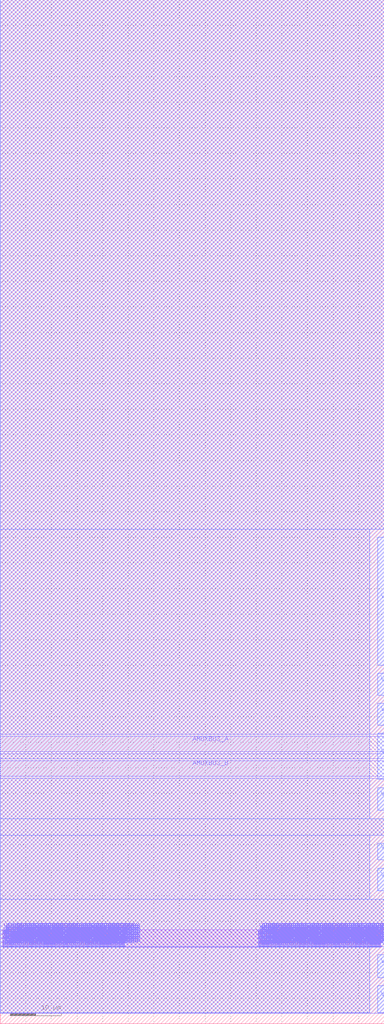
<source format=lef>
# Copyright 2020 The SkyWater PDK Authors
#
# Licensed under the Apache License, Version 2.0 (the "License");
# you may not use this file except in compliance with the License.
# You may obtain a copy of the License at
#
#     https://www.apache.org/licenses/LICENSE-2.0
#
# Unless required by applicable law or agreed to in writing, software
# distributed under the License is distributed on an "AS IS" BASIS,
# WITHOUT WARRANTIES OR CONDITIONS OF ANY KIND, either express or implied.
# See the License for the specific language governing permissions and
# limitations under the License.
#
# SPDX-License-Identifier: Apache-2.0

VERSION 5.7 ;
  NOWIREEXTENSIONATPIN ON ;
  DIVIDERCHAR "/" ;
  BUSBITCHARS "[]" ;
MACRO sky130_fd_io__overlay_vdda_hvc
  CLASS PAD ;
  FOREIGN sky130_fd_io__overlay_vdda_hvc ;
  ORIGIN  0.000000  0.000000 ;
  SIZE  75.00000 BY  200.0000 ;
  SYMMETRY X Y R90 ;
  PIN AMUXBUS_A
    DIRECTION INOUT ;
    USE SIGNAL ;
    PORT
      LAYER met4 ;
        RECT 0.000000 53.125000 75.000000 56.105000 ;
    END
  END AMUXBUS_A
  PIN AMUXBUS_B
    DIRECTION INOUT ;
    USE SIGNAL ;
    PORT
      LAYER met4 ;
        RECT 0.000000 48.365000 75.000000 51.345000 ;
    END
  END AMUXBUS_B
  PIN VCCD
    DIRECTION INOUT ;
    USE POWER ;
    PORT
      LAYER met5 ;
        RECT 73.730000 8.985000 75.000000 13.435000 ;
    END
  END VCCD
  PIN VCCHIB
    DIRECTION INOUT ;
    USE POWER ;
    PORT
      LAYER met5 ;
        RECT 73.730000 2.135000 75.000000 7.385000 ;
    END
  END VCCHIB
  PIN VDDA
    DIRECTION INOUT ;
    USE POWER ;
    PORT
      LAYER met3 ;
        RECT 0.525000 14.960000 0.845000 15.280000 ;
      LAYER met4 ;
        RECT 0.525000 14.960000 0.845000 15.280000 ;
    END
    PORT
      LAYER met3 ;
        RECT 0.525000 15.400000 0.845000 15.720000 ;
      LAYER met4 ;
        RECT 0.525000 15.400000 0.845000 15.720000 ;
    END
    PORT
      LAYER met3 ;
        RECT 0.525000 15.840000 0.845000 16.160000 ;
      LAYER met4 ;
        RECT 0.525000 15.840000 0.845000 16.160000 ;
    END
    PORT
      LAYER met3 ;
        RECT 0.525000 16.280000 0.845000 16.600000 ;
      LAYER met4 ;
        RECT 0.525000 16.280000 0.845000 16.600000 ;
    END
    PORT
      LAYER met3 ;
        RECT 0.525000 16.720000 0.845000 17.040000 ;
      LAYER met4 ;
        RECT 0.525000 16.720000 0.845000 17.040000 ;
    END
    PORT
      LAYER met3 ;
        RECT 0.525000 17.160000 0.845000 17.480000 ;
      LAYER met4 ;
        RECT 0.525000 17.160000 0.845000 17.480000 ;
    END
    PORT
      LAYER met3 ;
        RECT 0.525000 17.600000 0.845000 17.920000 ;
      LAYER met4 ;
        RECT 0.525000 17.600000 0.845000 17.920000 ;
    END
    PORT
      LAYER met3 ;
        RECT 0.525000 18.040000 0.845000 18.360000 ;
      LAYER met4 ;
        RECT 0.525000 18.040000 0.845000 18.360000 ;
    END
    PORT
      LAYER met3 ;
        RECT 0.935000 14.960000 1.255000 15.280000 ;
      LAYER met4 ;
        RECT 0.935000 14.960000 1.255000 15.280000 ;
    END
    PORT
      LAYER met3 ;
        RECT 0.935000 15.400000 1.255000 15.720000 ;
      LAYER met4 ;
        RECT 0.935000 15.400000 1.255000 15.720000 ;
    END
    PORT
      LAYER met3 ;
        RECT 0.935000 15.840000 1.255000 16.160000 ;
      LAYER met4 ;
        RECT 0.935000 15.840000 1.255000 16.160000 ;
    END
    PORT
      LAYER met3 ;
        RECT 0.935000 16.280000 1.255000 16.600000 ;
      LAYER met4 ;
        RECT 0.935000 16.280000 1.255000 16.600000 ;
    END
    PORT
      LAYER met3 ;
        RECT 0.935000 16.720000 1.255000 17.040000 ;
      LAYER met4 ;
        RECT 0.935000 16.720000 1.255000 17.040000 ;
    END
    PORT
      LAYER met3 ;
        RECT 0.935000 17.160000 1.255000 17.480000 ;
      LAYER met4 ;
        RECT 0.935000 17.160000 1.255000 17.480000 ;
    END
    PORT
      LAYER met3 ;
        RECT 0.935000 17.600000 1.255000 17.920000 ;
      LAYER met4 ;
        RECT 0.935000 17.600000 1.255000 17.920000 ;
    END
    PORT
      LAYER met3 ;
        RECT 0.935000 18.040000 1.255000 18.360000 ;
      LAYER met4 ;
        RECT 0.935000 18.040000 1.255000 18.360000 ;
    END
    PORT
      LAYER met3 ;
        RECT 1.345000 14.960000 1.665000 15.280000 ;
      LAYER met4 ;
        RECT 1.345000 14.960000 1.665000 15.280000 ;
    END
    PORT
      LAYER met3 ;
        RECT 1.345000 15.400000 1.665000 15.720000 ;
      LAYER met4 ;
        RECT 1.345000 15.400000 1.665000 15.720000 ;
    END
    PORT
      LAYER met3 ;
        RECT 1.345000 15.840000 1.665000 16.160000 ;
      LAYER met4 ;
        RECT 1.345000 15.840000 1.665000 16.160000 ;
    END
    PORT
      LAYER met3 ;
        RECT 1.345000 16.280000 1.665000 16.600000 ;
      LAYER met4 ;
        RECT 1.345000 16.280000 1.665000 16.600000 ;
    END
    PORT
      LAYER met3 ;
        RECT 1.345000 16.720000 1.665000 17.040000 ;
      LAYER met4 ;
        RECT 1.345000 16.720000 1.665000 17.040000 ;
    END
    PORT
      LAYER met3 ;
        RECT 1.345000 17.160000 1.665000 17.480000 ;
      LAYER met4 ;
        RECT 1.345000 17.160000 1.665000 17.480000 ;
    END
    PORT
      LAYER met3 ;
        RECT 1.345000 17.600000 1.665000 17.920000 ;
      LAYER met4 ;
        RECT 1.345000 17.600000 1.665000 17.920000 ;
    END
    PORT
      LAYER met3 ;
        RECT 1.345000 18.040000 1.665000 18.360000 ;
      LAYER met4 ;
        RECT 1.345000 18.040000 1.665000 18.360000 ;
    END
    PORT
      LAYER met3 ;
        RECT 1.755000 14.960000 2.075000 15.280000 ;
      LAYER met4 ;
        RECT 1.755000 14.960000 2.075000 15.280000 ;
    END
    PORT
      LAYER met3 ;
        RECT 1.755000 15.400000 2.075000 15.720000 ;
      LAYER met4 ;
        RECT 1.755000 15.400000 2.075000 15.720000 ;
    END
    PORT
      LAYER met3 ;
        RECT 1.755000 15.840000 2.075000 16.160000 ;
      LAYER met4 ;
        RECT 1.755000 15.840000 2.075000 16.160000 ;
    END
    PORT
      LAYER met3 ;
        RECT 1.755000 16.280000 2.075000 16.600000 ;
      LAYER met4 ;
        RECT 1.755000 16.280000 2.075000 16.600000 ;
    END
    PORT
      LAYER met3 ;
        RECT 1.755000 16.720000 2.075000 17.040000 ;
      LAYER met4 ;
        RECT 1.755000 16.720000 2.075000 17.040000 ;
    END
    PORT
      LAYER met3 ;
        RECT 1.755000 17.160000 2.075000 17.480000 ;
      LAYER met4 ;
        RECT 1.755000 17.160000 2.075000 17.480000 ;
    END
    PORT
      LAYER met3 ;
        RECT 1.755000 17.600000 2.075000 17.920000 ;
      LAYER met4 ;
        RECT 1.755000 17.600000 2.075000 17.920000 ;
    END
    PORT
      LAYER met3 ;
        RECT 1.755000 18.040000 2.075000 18.360000 ;
      LAYER met4 ;
        RECT 1.755000 18.040000 2.075000 18.360000 ;
    END
    PORT
      LAYER met3 ;
        RECT 10.275000 14.960000 10.595000 15.280000 ;
      LAYER met4 ;
        RECT 10.275000 14.960000 10.595000 15.280000 ;
    END
    PORT
      LAYER met3 ;
        RECT 10.275000 15.400000 10.595000 15.720000 ;
      LAYER met4 ;
        RECT 10.275000 15.400000 10.595000 15.720000 ;
    END
    PORT
      LAYER met3 ;
        RECT 10.275000 15.840000 10.595000 16.160000 ;
      LAYER met4 ;
        RECT 10.275000 15.840000 10.595000 16.160000 ;
    END
    PORT
      LAYER met3 ;
        RECT 10.275000 16.280000 10.595000 16.600000 ;
      LAYER met4 ;
        RECT 10.275000 16.280000 10.595000 16.600000 ;
    END
    PORT
      LAYER met3 ;
        RECT 10.275000 16.720000 10.595000 17.040000 ;
      LAYER met4 ;
        RECT 10.275000 16.720000 10.595000 17.040000 ;
    END
    PORT
      LAYER met3 ;
        RECT 10.275000 17.160000 10.595000 17.480000 ;
      LAYER met4 ;
        RECT 10.275000 17.160000 10.595000 17.480000 ;
    END
    PORT
      LAYER met3 ;
        RECT 10.275000 17.600000 10.595000 17.920000 ;
      LAYER met4 ;
        RECT 10.275000 17.600000 10.595000 17.920000 ;
    END
    PORT
      LAYER met3 ;
        RECT 10.275000 18.040000 10.595000 18.360000 ;
      LAYER met4 ;
        RECT 10.275000 18.040000 10.595000 18.360000 ;
    END
    PORT
      LAYER met3 ;
        RECT 10.680000 14.960000 11.000000 15.280000 ;
      LAYER met4 ;
        RECT 10.680000 14.960000 11.000000 15.280000 ;
    END
    PORT
      LAYER met3 ;
        RECT 10.680000 15.400000 11.000000 15.720000 ;
      LAYER met4 ;
        RECT 10.680000 15.400000 11.000000 15.720000 ;
    END
    PORT
      LAYER met3 ;
        RECT 10.680000 15.840000 11.000000 16.160000 ;
      LAYER met4 ;
        RECT 10.680000 15.840000 11.000000 16.160000 ;
    END
    PORT
      LAYER met3 ;
        RECT 10.680000 16.280000 11.000000 16.600000 ;
      LAYER met4 ;
        RECT 10.680000 16.280000 11.000000 16.600000 ;
    END
    PORT
      LAYER met3 ;
        RECT 10.680000 16.720000 11.000000 17.040000 ;
      LAYER met4 ;
        RECT 10.680000 16.720000 11.000000 17.040000 ;
    END
    PORT
      LAYER met3 ;
        RECT 10.680000 17.160000 11.000000 17.480000 ;
      LAYER met4 ;
        RECT 10.680000 17.160000 11.000000 17.480000 ;
    END
    PORT
      LAYER met3 ;
        RECT 10.680000 17.600000 11.000000 17.920000 ;
      LAYER met4 ;
        RECT 10.680000 17.600000 11.000000 17.920000 ;
    END
    PORT
      LAYER met3 ;
        RECT 10.680000 18.040000 11.000000 18.360000 ;
      LAYER met4 ;
        RECT 10.680000 18.040000 11.000000 18.360000 ;
    END
    PORT
      LAYER met3 ;
        RECT 11.085000 14.960000 11.405000 15.280000 ;
      LAYER met4 ;
        RECT 11.085000 14.960000 11.405000 15.280000 ;
    END
    PORT
      LAYER met3 ;
        RECT 11.085000 15.400000 11.405000 15.720000 ;
      LAYER met4 ;
        RECT 11.085000 15.400000 11.405000 15.720000 ;
    END
    PORT
      LAYER met3 ;
        RECT 11.085000 15.840000 11.405000 16.160000 ;
      LAYER met4 ;
        RECT 11.085000 15.840000 11.405000 16.160000 ;
    END
    PORT
      LAYER met3 ;
        RECT 11.085000 16.280000 11.405000 16.600000 ;
      LAYER met4 ;
        RECT 11.085000 16.280000 11.405000 16.600000 ;
    END
    PORT
      LAYER met3 ;
        RECT 11.085000 16.720000 11.405000 17.040000 ;
      LAYER met4 ;
        RECT 11.085000 16.720000 11.405000 17.040000 ;
    END
    PORT
      LAYER met3 ;
        RECT 11.085000 17.160000 11.405000 17.480000 ;
      LAYER met4 ;
        RECT 11.085000 17.160000 11.405000 17.480000 ;
    END
    PORT
      LAYER met3 ;
        RECT 11.085000 17.600000 11.405000 17.920000 ;
      LAYER met4 ;
        RECT 11.085000 17.600000 11.405000 17.920000 ;
    END
    PORT
      LAYER met3 ;
        RECT 11.085000 18.040000 11.405000 18.360000 ;
      LAYER met4 ;
        RECT 11.085000 18.040000 11.405000 18.360000 ;
    END
    PORT
      LAYER met3 ;
        RECT 11.490000 14.960000 11.810000 15.280000 ;
      LAYER met4 ;
        RECT 11.490000 14.960000 11.810000 15.280000 ;
    END
    PORT
      LAYER met3 ;
        RECT 11.490000 15.400000 11.810000 15.720000 ;
      LAYER met4 ;
        RECT 11.490000 15.400000 11.810000 15.720000 ;
    END
    PORT
      LAYER met3 ;
        RECT 11.490000 15.840000 11.810000 16.160000 ;
      LAYER met4 ;
        RECT 11.490000 15.840000 11.810000 16.160000 ;
    END
    PORT
      LAYER met3 ;
        RECT 11.490000 16.280000 11.810000 16.600000 ;
      LAYER met4 ;
        RECT 11.490000 16.280000 11.810000 16.600000 ;
    END
    PORT
      LAYER met3 ;
        RECT 11.490000 16.720000 11.810000 17.040000 ;
      LAYER met4 ;
        RECT 11.490000 16.720000 11.810000 17.040000 ;
    END
    PORT
      LAYER met3 ;
        RECT 11.490000 17.160000 11.810000 17.480000 ;
      LAYER met4 ;
        RECT 11.490000 17.160000 11.810000 17.480000 ;
    END
    PORT
      LAYER met3 ;
        RECT 11.490000 17.600000 11.810000 17.920000 ;
      LAYER met4 ;
        RECT 11.490000 17.600000 11.810000 17.920000 ;
    END
    PORT
      LAYER met3 ;
        RECT 11.490000 18.040000 11.810000 18.360000 ;
      LAYER met4 ;
        RECT 11.490000 18.040000 11.810000 18.360000 ;
    END
    PORT
      LAYER met3 ;
        RECT 11.895000 14.960000 12.215000 15.280000 ;
      LAYER met4 ;
        RECT 11.895000 14.960000 12.215000 15.280000 ;
    END
    PORT
      LAYER met3 ;
        RECT 11.895000 15.400000 12.215000 15.720000 ;
      LAYER met4 ;
        RECT 11.895000 15.400000 12.215000 15.720000 ;
    END
    PORT
      LAYER met3 ;
        RECT 11.895000 15.840000 12.215000 16.160000 ;
      LAYER met4 ;
        RECT 11.895000 15.840000 12.215000 16.160000 ;
    END
    PORT
      LAYER met3 ;
        RECT 11.895000 16.280000 12.215000 16.600000 ;
      LAYER met4 ;
        RECT 11.895000 16.280000 12.215000 16.600000 ;
    END
    PORT
      LAYER met3 ;
        RECT 11.895000 16.720000 12.215000 17.040000 ;
      LAYER met4 ;
        RECT 11.895000 16.720000 12.215000 17.040000 ;
    END
    PORT
      LAYER met3 ;
        RECT 11.895000 17.160000 12.215000 17.480000 ;
      LAYER met4 ;
        RECT 11.895000 17.160000 12.215000 17.480000 ;
    END
    PORT
      LAYER met3 ;
        RECT 11.895000 17.600000 12.215000 17.920000 ;
      LAYER met4 ;
        RECT 11.895000 17.600000 12.215000 17.920000 ;
    END
    PORT
      LAYER met3 ;
        RECT 11.895000 18.040000 12.215000 18.360000 ;
      LAYER met4 ;
        RECT 11.895000 18.040000 12.215000 18.360000 ;
    END
    PORT
      LAYER met3 ;
        RECT 12.300000 14.960000 12.620000 15.280000 ;
      LAYER met4 ;
        RECT 12.300000 14.960000 12.620000 15.280000 ;
    END
    PORT
      LAYER met3 ;
        RECT 12.300000 15.400000 12.620000 15.720000 ;
      LAYER met4 ;
        RECT 12.300000 15.400000 12.620000 15.720000 ;
    END
    PORT
      LAYER met3 ;
        RECT 12.300000 15.840000 12.620000 16.160000 ;
      LAYER met4 ;
        RECT 12.300000 15.840000 12.620000 16.160000 ;
    END
    PORT
      LAYER met3 ;
        RECT 12.300000 16.280000 12.620000 16.600000 ;
      LAYER met4 ;
        RECT 12.300000 16.280000 12.620000 16.600000 ;
    END
    PORT
      LAYER met3 ;
        RECT 12.300000 16.720000 12.620000 17.040000 ;
      LAYER met4 ;
        RECT 12.300000 16.720000 12.620000 17.040000 ;
    END
    PORT
      LAYER met3 ;
        RECT 12.300000 17.160000 12.620000 17.480000 ;
      LAYER met4 ;
        RECT 12.300000 17.160000 12.620000 17.480000 ;
    END
    PORT
      LAYER met3 ;
        RECT 12.300000 17.600000 12.620000 17.920000 ;
      LAYER met4 ;
        RECT 12.300000 17.600000 12.620000 17.920000 ;
    END
    PORT
      LAYER met3 ;
        RECT 12.300000 18.040000 12.620000 18.360000 ;
      LAYER met4 ;
        RECT 12.300000 18.040000 12.620000 18.360000 ;
    END
    PORT
      LAYER met3 ;
        RECT 12.705000 14.960000 13.025000 15.280000 ;
      LAYER met4 ;
        RECT 12.705000 14.960000 13.025000 15.280000 ;
    END
    PORT
      LAYER met3 ;
        RECT 12.705000 15.400000 13.025000 15.720000 ;
      LAYER met4 ;
        RECT 12.705000 15.400000 13.025000 15.720000 ;
    END
    PORT
      LAYER met3 ;
        RECT 12.705000 15.840000 13.025000 16.160000 ;
      LAYER met4 ;
        RECT 12.705000 15.840000 13.025000 16.160000 ;
    END
    PORT
      LAYER met3 ;
        RECT 12.705000 16.280000 13.025000 16.600000 ;
      LAYER met4 ;
        RECT 12.705000 16.280000 13.025000 16.600000 ;
    END
    PORT
      LAYER met3 ;
        RECT 12.705000 16.720000 13.025000 17.040000 ;
      LAYER met4 ;
        RECT 12.705000 16.720000 13.025000 17.040000 ;
    END
    PORT
      LAYER met3 ;
        RECT 12.705000 17.160000 13.025000 17.480000 ;
      LAYER met4 ;
        RECT 12.705000 17.160000 13.025000 17.480000 ;
    END
    PORT
      LAYER met3 ;
        RECT 12.705000 17.600000 13.025000 17.920000 ;
      LAYER met4 ;
        RECT 12.705000 17.600000 13.025000 17.920000 ;
    END
    PORT
      LAYER met3 ;
        RECT 12.705000 18.040000 13.025000 18.360000 ;
      LAYER met4 ;
        RECT 12.705000 18.040000 13.025000 18.360000 ;
    END
    PORT
      LAYER met3 ;
        RECT 13.110000 14.960000 13.430000 15.280000 ;
      LAYER met4 ;
        RECT 13.110000 14.960000 13.430000 15.280000 ;
    END
    PORT
      LAYER met3 ;
        RECT 13.110000 15.400000 13.430000 15.720000 ;
      LAYER met4 ;
        RECT 13.110000 15.400000 13.430000 15.720000 ;
    END
    PORT
      LAYER met3 ;
        RECT 13.110000 15.840000 13.430000 16.160000 ;
      LAYER met4 ;
        RECT 13.110000 15.840000 13.430000 16.160000 ;
    END
    PORT
      LAYER met3 ;
        RECT 13.110000 16.280000 13.430000 16.600000 ;
      LAYER met4 ;
        RECT 13.110000 16.280000 13.430000 16.600000 ;
    END
    PORT
      LAYER met3 ;
        RECT 13.110000 16.720000 13.430000 17.040000 ;
      LAYER met4 ;
        RECT 13.110000 16.720000 13.430000 17.040000 ;
    END
    PORT
      LAYER met3 ;
        RECT 13.110000 17.160000 13.430000 17.480000 ;
      LAYER met4 ;
        RECT 13.110000 17.160000 13.430000 17.480000 ;
    END
    PORT
      LAYER met3 ;
        RECT 13.110000 17.600000 13.430000 17.920000 ;
      LAYER met4 ;
        RECT 13.110000 17.600000 13.430000 17.920000 ;
    END
    PORT
      LAYER met3 ;
        RECT 13.110000 18.040000 13.430000 18.360000 ;
      LAYER met4 ;
        RECT 13.110000 18.040000 13.430000 18.360000 ;
    END
    PORT
      LAYER met3 ;
        RECT 13.515000 14.960000 13.835000 15.280000 ;
      LAYER met4 ;
        RECT 13.515000 14.960000 13.835000 15.280000 ;
    END
    PORT
      LAYER met3 ;
        RECT 13.515000 15.400000 13.835000 15.720000 ;
      LAYER met4 ;
        RECT 13.515000 15.400000 13.835000 15.720000 ;
    END
    PORT
      LAYER met3 ;
        RECT 13.515000 15.840000 13.835000 16.160000 ;
      LAYER met4 ;
        RECT 13.515000 15.840000 13.835000 16.160000 ;
    END
    PORT
      LAYER met3 ;
        RECT 13.515000 16.280000 13.835000 16.600000 ;
      LAYER met4 ;
        RECT 13.515000 16.280000 13.835000 16.600000 ;
    END
    PORT
      LAYER met3 ;
        RECT 13.515000 16.720000 13.835000 17.040000 ;
      LAYER met4 ;
        RECT 13.515000 16.720000 13.835000 17.040000 ;
    END
    PORT
      LAYER met3 ;
        RECT 13.515000 17.160000 13.835000 17.480000 ;
      LAYER met4 ;
        RECT 13.515000 17.160000 13.835000 17.480000 ;
    END
    PORT
      LAYER met3 ;
        RECT 13.515000 17.600000 13.835000 17.920000 ;
      LAYER met4 ;
        RECT 13.515000 17.600000 13.835000 17.920000 ;
    END
    PORT
      LAYER met3 ;
        RECT 13.515000 18.040000 13.835000 18.360000 ;
      LAYER met4 ;
        RECT 13.515000 18.040000 13.835000 18.360000 ;
    END
    PORT
      LAYER met3 ;
        RECT 13.920000 14.960000 14.240000 15.280000 ;
      LAYER met4 ;
        RECT 13.920000 14.960000 14.240000 15.280000 ;
    END
    PORT
      LAYER met3 ;
        RECT 13.920000 15.400000 14.240000 15.720000 ;
      LAYER met4 ;
        RECT 13.920000 15.400000 14.240000 15.720000 ;
    END
    PORT
      LAYER met3 ;
        RECT 13.920000 15.840000 14.240000 16.160000 ;
      LAYER met4 ;
        RECT 13.920000 15.840000 14.240000 16.160000 ;
    END
    PORT
      LAYER met3 ;
        RECT 13.920000 16.280000 14.240000 16.600000 ;
      LAYER met4 ;
        RECT 13.920000 16.280000 14.240000 16.600000 ;
    END
    PORT
      LAYER met3 ;
        RECT 13.920000 16.720000 14.240000 17.040000 ;
      LAYER met4 ;
        RECT 13.920000 16.720000 14.240000 17.040000 ;
    END
    PORT
      LAYER met3 ;
        RECT 13.920000 17.160000 14.240000 17.480000 ;
      LAYER met4 ;
        RECT 13.920000 17.160000 14.240000 17.480000 ;
    END
    PORT
      LAYER met3 ;
        RECT 13.920000 17.600000 14.240000 17.920000 ;
      LAYER met4 ;
        RECT 13.920000 17.600000 14.240000 17.920000 ;
    END
    PORT
      LAYER met3 ;
        RECT 13.920000 18.040000 14.240000 18.360000 ;
      LAYER met4 ;
        RECT 13.920000 18.040000 14.240000 18.360000 ;
    END
    PORT
      LAYER met3 ;
        RECT 14.325000 14.960000 14.645000 15.280000 ;
      LAYER met4 ;
        RECT 14.325000 14.960000 14.645000 15.280000 ;
    END
    PORT
      LAYER met3 ;
        RECT 14.325000 15.400000 14.645000 15.720000 ;
      LAYER met4 ;
        RECT 14.325000 15.400000 14.645000 15.720000 ;
    END
    PORT
      LAYER met3 ;
        RECT 14.325000 15.840000 14.645000 16.160000 ;
      LAYER met4 ;
        RECT 14.325000 15.840000 14.645000 16.160000 ;
    END
    PORT
      LAYER met3 ;
        RECT 14.325000 16.280000 14.645000 16.600000 ;
      LAYER met4 ;
        RECT 14.325000 16.280000 14.645000 16.600000 ;
    END
    PORT
      LAYER met3 ;
        RECT 14.325000 16.720000 14.645000 17.040000 ;
      LAYER met4 ;
        RECT 14.325000 16.720000 14.645000 17.040000 ;
    END
    PORT
      LAYER met3 ;
        RECT 14.325000 17.160000 14.645000 17.480000 ;
      LAYER met4 ;
        RECT 14.325000 17.160000 14.645000 17.480000 ;
    END
    PORT
      LAYER met3 ;
        RECT 14.325000 17.600000 14.645000 17.920000 ;
      LAYER met4 ;
        RECT 14.325000 17.600000 14.645000 17.920000 ;
    END
    PORT
      LAYER met3 ;
        RECT 14.325000 18.040000 14.645000 18.360000 ;
      LAYER met4 ;
        RECT 14.325000 18.040000 14.645000 18.360000 ;
    END
    PORT
      LAYER met3 ;
        RECT 14.730000 14.960000 15.050000 15.280000 ;
      LAYER met4 ;
        RECT 14.730000 14.960000 15.050000 15.280000 ;
    END
    PORT
      LAYER met3 ;
        RECT 14.730000 15.400000 15.050000 15.720000 ;
      LAYER met4 ;
        RECT 14.730000 15.400000 15.050000 15.720000 ;
    END
    PORT
      LAYER met3 ;
        RECT 14.730000 15.840000 15.050000 16.160000 ;
      LAYER met4 ;
        RECT 14.730000 15.840000 15.050000 16.160000 ;
    END
    PORT
      LAYER met3 ;
        RECT 14.730000 16.280000 15.050000 16.600000 ;
      LAYER met4 ;
        RECT 14.730000 16.280000 15.050000 16.600000 ;
    END
    PORT
      LAYER met3 ;
        RECT 14.730000 16.720000 15.050000 17.040000 ;
      LAYER met4 ;
        RECT 14.730000 16.720000 15.050000 17.040000 ;
    END
    PORT
      LAYER met3 ;
        RECT 14.730000 17.160000 15.050000 17.480000 ;
      LAYER met4 ;
        RECT 14.730000 17.160000 15.050000 17.480000 ;
    END
    PORT
      LAYER met3 ;
        RECT 14.730000 17.600000 15.050000 17.920000 ;
      LAYER met4 ;
        RECT 14.730000 17.600000 15.050000 17.920000 ;
    END
    PORT
      LAYER met3 ;
        RECT 14.730000 18.040000 15.050000 18.360000 ;
      LAYER met4 ;
        RECT 14.730000 18.040000 15.050000 18.360000 ;
    END
    PORT
      LAYER met3 ;
        RECT 15.135000 14.960000 15.455000 15.280000 ;
      LAYER met4 ;
        RECT 15.135000 14.960000 15.455000 15.280000 ;
    END
    PORT
      LAYER met3 ;
        RECT 15.135000 15.400000 15.455000 15.720000 ;
      LAYER met4 ;
        RECT 15.135000 15.400000 15.455000 15.720000 ;
    END
    PORT
      LAYER met3 ;
        RECT 15.135000 15.840000 15.455000 16.160000 ;
      LAYER met4 ;
        RECT 15.135000 15.840000 15.455000 16.160000 ;
    END
    PORT
      LAYER met3 ;
        RECT 15.135000 16.280000 15.455000 16.600000 ;
      LAYER met4 ;
        RECT 15.135000 16.280000 15.455000 16.600000 ;
    END
    PORT
      LAYER met3 ;
        RECT 15.135000 16.720000 15.455000 17.040000 ;
      LAYER met4 ;
        RECT 15.135000 16.720000 15.455000 17.040000 ;
    END
    PORT
      LAYER met3 ;
        RECT 15.135000 17.160000 15.455000 17.480000 ;
      LAYER met4 ;
        RECT 15.135000 17.160000 15.455000 17.480000 ;
    END
    PORT
      LAYER met3 ;
        RECT 15.135000 17.600000 15.455000 17.920000 ;
      LAYER met4 ;
        RECT 15.135000 17.600000 15.455000 17.920000 ;
    END
    PORT
      LAYER met3 ;
        RECT 15.135000 18.040000 15.455000 18.360000 ;
      LAYER met4 ;
        RECT 15.135000 18.040000 15.455000 18.360000 ;
    END
    PORT
      LAYER met3 ;
        RECT 15.540000 14.960000 15.860000 15.280000 ;
      LAYER met4 ;
        RECT 15.540000 14.960000 15.860000 15.280000 ;
    END
    PORT
      LAYER met3 ;
        RECT 15.540000 15.400000 15.860000 15.720000 ;
      LAYER met4 ;
        RECT 15.540000 15.400000 15.860000 15.720000 ;
    END
    PORT
      LAYER met3 ;
        RECT 15.540000 15.840000 15.860000 16.160000 ;
      LAYER met4 ;
        RECT 15.540000 15.840000 15.860000 16.160000 ;
    END
    PORT
      LAYER met3 ;
        RECT 15.540000 16.280000 15.860000 16.600000 ;
      LAYER met4 ;
        RECT 15.540000 16.280000 15.860000 16.600000 ;
    END
    PORT
      LAYER met3 ;
        RECT 15.540000 16.720000 15.860000 17.040000 ;
      LAYER met4 ;
        RECT 15.540000 16.720000 15.860000 17.040000 ;
    END
    PORT
      LAYER met3 ;
        RECT 15.540000 17.160000 15.860000 17.480000 ;
      LAYER met4 ;
        RECT 15.540000 17.160000 15.860000 17.480000 ;
    END
    PORT
      LAYER met3 ;
        RECT 15.540000 17.600000 15.860000 17.920000 ;
      LAYER met4 ;
        RECT 15.540000 17.600000 15.860000 17.920000 ;
    END
    PORT
      LAYER met3 ;
        RECT 15.540000 18.040000 15.860000 18.360000 ;
      LAYER met4 ;
        RECT 15.540000 18.040000 15.860000 18.360000 ;
    END
    PORT
      LAYER met3 ;
        RECT 15.945000 14.960000 16.265000 15.280000 ;
      LAYER met4 ;
        RECT 15.945000 14.960000 16.265000 15.280000 ;
    END
    PORT
      LAYER met3 ;
        RECT 15.945000 15.400000 16.265000 15.720000 ;
      LAYER met4 ;
        RECT 15.945000 15.400000 16.265000 15.720000 ;
    END
    PORT
      LAYER met3 ;
        RECT 15.945000 15.840000 16.265000 16.160000 ;
      LAYER met4 ;
        RECT 15.945000 15.840000 16.265000 16.160000 ;
    END
    PORT
      LAYER met3 ;
        RECT 15.945000 16.280000 16.265000 16.600000 ;
      LAYER met4 ;
        RECT 15.945000 16.280000 16.265000 16.600000 ;
    END
    PORT
      LAYER met3 ;
        RECT 15.945000 16.720000 16.265000 17.040000 ;
      LAYER met4 ;
        RECT 15.945000 16.720000 16.265000 17.040000 ;
    END
    PORT
      LAYER met3 ;
        RECT 15.945000 17.160000 16.265000 17.480000 ;
      LAYER met4 ;
        RECT 15.945000 17.160000 16.265000 17.480000 ;
    END
    PORT
      LAYER met3 ;
        RECT 15.945000 17.600000 16.265000 17.920000 ;
      LAYER met4 ;
        RECT 15.945000 17.600000 16.265000 17.920000 ;
    END
    PORT
      LAYER met3 ;
        RECT 15.945000 18.040000 16.265000 18.360000 ;
      LAYER met4 ;
        RECT 15.945000 18.040000 16.265000 18.360000 ;
    END
    PORT
      LAYER met3 ;
        RECT 16.350000 14.960000 16.670000 15.280000 ;
      LAYER met4 ;
        RECT 16.350000 14.960000 16.670000 15.280000 ;
    END
    PORT
      LAYER met3 ;
        RECT 16.350000 15.400000 16.670000 15.720000 ;
      LAYER met4 ;
        RECT 16.350000 15.400000 16.670000 15.720000 ;
    END
    PORT
      LAYER met3 ;
        RECT 16.350000 15.840000 16.670000 16.160000 ;
      LAYER met4 ;
        RECT 16.350000 15.840000 16.670000 16.160000 ;
    END
    PORT
      LAYER met3 ;
        RECT 16.350000 16.280000 16.670000 16.600000 ;
      LAYER met4 ;
        RECT 16.350000 16.280000 16.670000 16.600000 ;
    END
    PORT
      LAYER met3 ;
        RECT 16.350000 16.720000 16.670000 17.040000 ;
      LAYER met4 ;
        RECT 16.350000 16.720000 16.670000 17.040000 ;
    END
    PORT
      LAYER met3 ;
        RECT 16.350000 17.160000 16.670000 17.480000 ;
      LAYER met4 ;
        RECT 16.350000 17.160000 16.670000 17.480000 ;
    END
    PORT
      LAYER met3 ;
        RECT 16.350000 17.600000 16.670000 17.920000 ;
      LAYER met4 ;
        RECT 16.350000 17.600000 16.670000 17.920000 ;
    END
    PORT
      LAYER met3 ;
        RECT 16.350000 18.040000 16.670000 18.360000 ;
      LAYER met4 ;
        RECT 16.350000 18.040000 16.670000 18.360000 ;
    END
    PORT
      LAYER met3 ;
        RECT 16.755000 14.960000 17.075000 15.280000 ;
      LAYER met4 ;
        RECT 16.755000 14.960000 17.075000 15.280000 ;
    END
    PORT
      LAYER met3 ;
        RECT 16.755000 15.400000 17.075000 15.720000 ;
      LAYER met4 ;
        RECT 16.755000 15.400000 17.075000 15.720000 ;
    END
    PORT
      LAYER met3 ;
        RECT 16.755000 15.840000 17.075000 16.160000 ;
      LAYER met4 ;
        RECT 16.755000 15.840000 17.075000 16.160000 ;
    END
    PORT
      LAYER met3 ;
        RECT 16.755000 16.280000 17.075000 16.600000 ;
      LAYER met4 ;
        RECT 16.755000 16.280000 17.075000 16.600000 ;
    END
    PORT
      LAYER met3 ;
        RECT 16.755000 16.720000 17.075000 17.040000 ;
      LAYER met4 ;
        RECT 16.755000 16.720000 17.075000 17.040000 ;
    END
    PORT
      LAYER met3 ;
        RECT 16.755000 17.160000 17.075000 17.480000 ;
      LAYER met4 ;
        RECT 16.755000 17.160000 17.075000 17.480000 ;
    END
    PORT
      LAYER met3 ;
        RECT 16.755000 17.600000 17.075000 17.920000 ;
      LAYER met4 ;
        RECT 16.755000 17.600000 17.075000 17.920000 ;
    END
    PORT
      LAYER met3 ;
        RECT 16.755000 18.040000 17.075000 18.360000 ;
      LAYER met4 ;
        RECT 16.755000 18.040000 17.075000 18.360000 ;
    END
    PORT
      LAYER met3 ;
        RECT 17.160000 14.960000 17.480000 15.280000 ;
      LAYER met4 ;
        RECT 17.160000 14.960000 17.480000 15.280000 ;
    END
    PORT
      LAYER met3 ;
        RECT 17.160000 15.400000 17.480000 15.720000 ;
      LAYER met4 ;
        RECT 17.160000 15.400000 17.480000 15.720000 ;
    END
    PORT
      LAYER met3 ;
        RECT 17.160000 15.840000 17.480000 16.160000 ;
      LAYER met4 ;
        RECT 17.160000 15.840000 17.480000 16.160000 ;
    END
    PORT
      LAYER met3 ;
        RECT 17.160000 16.280000 17.480000 16.600000 ;
      LAYER met4 ;
        RECT 17.160000 16.280000 17.480000 16.600000 ;
    END
    PORT
      LAYER met3 ;
        RECT 17.160000 16.720000 17.480000 17.040000 ;
      LAYER met4 ;
        RECT 17.160000 16.720000 17.480000 17.040000 ;
    END
    PORT
      LAYER met3 ;
        RECT 17.160000 17.160000 17.480000 17.480000 ;
      LAYER met4 ;
        RECT 17.160000 17.160000 17.480000 17.480000 ;
    END
    PORT
      LAYER met3 ;
        RECT 17.160000 17.600000 17.480000 17.920000 ;
      LAYER met4 ;
        RECT 17.160000 17.600000 17.480000 17.920000 ;
    END
    PORT
      LAYER met3 ;
        RECT 17.160000 18.040000 17.480000 18.360000 ;
      LAYER met4 ;
        RECT 17.160000 18.040000 17.480000 18.360000 ;
    END
    PORT
      LAYER met3 ;
        RECT 17.565000 14.960000 17.885000 15.280000 ;
      LAYER met4 ;
        RECT 17.565000 14.960000 17.885000 15.280000 ;
    END
    PORT
      LAYER met3 ;
        RECT 17.565000 15.400000 17.885000 15.720000 ;
      LAYER met4 ;
        RECT 17.565000 15.400000 17.885000 15.720000 ;
    END
    PORT
      LAYER met3 ;
        RECT 17.565000 15.840000 17.885000 16.160000 ;
      LAYER met4 ;
        RECT 17.565000 15.840000 17.885000 16.160000 ;
    END
    PORT
      LAYER met3 ;
        RECT 17.565000 16.280000 17.885000 16.600000 ;
      LAYER met4 ;
        RECT 17.565000 16.280000 17.885000 16.600000 ;
    END
    PORT
      LAYER met3 ;
        RECT 17.565000 16.720000 17.885000 17.040000 ;
      LAYER met4 ;
        RECT 17.565000 16.720000 17.885000 17.040000 ;
    END
    PORT
      LAYER met3 ;
        RECT 17.565000 17.160000 17.885000 17.480000 ;
      LAYER met4 ;
        RECT 17.565000 17.160000 17.885000 17.480000 ;
    END
    PORT
      LAYER met3 ;
        RECT 17.565000 17.600000 17.885000 17.920000 ;
      LAYER met4 ;
        RECT 17.565000 17.600000 17.885000 17.920000 ;
    END
    PORT
      LAYER met3 ;
        RECT 17.565000 18.040000 17.885000 18.360000 ;
      LAYER met4 ;
        RECT 17.565000 18.040000 17.885000 18.360000 ;
    END
    PORT
      LAYER met3 ;
        RECT 17.970000 14.960000 18.290000 15.280000 ;
      LAYER met4 ;
        RECT 17.970000 14.960000 18.290000 15.280000 ;
    END
    PORT
      LAYER met3 ;
        RECT 17.970000 15.400000 18.290000 15.720000 ;
      LAYER met4 ;
        RECT 17.970000 15.400000 18.290000 15.720000 ;
    END
    PORT
      LAYER met3 ;
        RECT 17.970000 15.840000 18.290000 16.160000 ;
      LAYER met4 ;
        RECT 17.970000 15.840000 18.290000 16.160000 ;
    END
    PORT
      LAYER met3 ;
        RECT 17.970000 16.280000 18.290000 16.600000 ;
      LAYER met4 ;
        RECT 17.970000 16.280000 18.290000 16.600000 ;
    END
    PORT
      LAYER met3 ;
        RECT 17.970000 16.720000 18.290000 17.040000 ;
      LAYER met4 ;
        RECT 17.970000 16.720000 18.290000 17.040000 ;
    END
    PORT
      LAYER met3 ;
        RECT 17.970000 17.160000 18.290000 17.480000 ;
      LAYER met4 ;
        RECT 17.970000 17.160000 18.290000 17.480000 ;
    END
    PORT
      LAYER met3 ;
        RECT 17.970000 17.600000 18.290000 17.920000 ;
      LAYER met4 ;
        RECT 17.970000 17.600000 18.290000 17.920000 ;
    END
    PORT
      LAYER met3 ;
        RECT 17.970000 18.040000 18.290000 18.360000 ;
      LAYER met4 ;
        RECT 17.970000 18.040000 18.290000 18.360000 ;
    END
    PORT
      LAYER met3 ;
        RECT 18.375000 14.960000 18.695000 15.280000 ;
      LAYER met4 ;
        RECT 18.375000 14.960000 18.695000 15.280000 ;
    END
    PORT
      LAYER met3 ;
        RECT 18.375000 15.400000 18.695000 15.720000 ;
      LAYER met4 ;
        RECT 18.375000 15.400000 18.695000 15.720000 ;
    END
    PORT
      LAYER met3 ;
        RECT 18.375000 15.840000 18.695000 16.160000 ;
      LAYER met4 ;
        RECT 18.375000 15.840000 18.695000 16.160000 ;
    END
    PORT
      LAYER met3 ;
        RECT 18.375000 16.280000 18.695000 16.600000 ;
      LAYER met4 ;
        RECT 18.375000 16.280000 18.695000 16.600000 ;
    END
    PORT
      LAYER met3 ;
        RECT 18.375000 16.720000 18.695000 17.040000 ;
      LAYER met4 ;
        RECT 18.375000 16.720000 18.695000 17.040000 ;
    END
    PORT
      LAYER met3 ;
        RECT 18.375000 17.160000 18.695000 17.480000 ;
      LAYER met4 ;
        RECT 18.375000 17.160000 18.695000 17.480000 ;
    END
    PORT
      LAYER met3 ;
        RECT 18.375000 17.600000 18.695000 17.920000 ;
      LAYER met4 ;
        RECT 18.375000 17.600000 18.695000 17.920000 ;
    END
    PORT
      LAYER met3 ;
        RECT 18.375000 18.040000 18.695000 18.360000 ;
      LAYER met4 ;
        RECT 18.375000 18.040000 18.695000 18.360000 ;
    END
    PORT
      LAYER met3 ;
        RECT 18.780000 14.960000 19.100000 15.280000 ;
      LAYER met4 ;
        RECT 18.780000 14.960000 19.100000 15.280000 ;
    END
    PORT
      LAYER met3 ;
        RECT 18.780000 15.400000 19.100000 15.720000 ;
      LAYER met4 ;
        RECT 18.780000 15.400000 19.100000 15.720000 ;
    END
    PORT
      LAYER met3 ;
        RECT 18.780000 15.840000 19.100000 16.160000 ;
      LAYER met4 ;
        RECT 18.780000 15.840000 19.100000 16.160000 ;
    END
    PORT
      LAYER met3 ;
        RECT 18.780000 16.280000 19.100000 16.600000 ;
      LAYER met4 ;
        RECT 18.780000 16.280000 19.100000 16.600000 ;
    END
    PORT
      LAYER met3 ;
        RECT 18.780000 16.720000 19.100000 17.040000 ;
      LAYER met4 ;
        RECT 18.780000 16.720000 19.100000 17.040000 ;
    END
    PORT
      LAYER met3 ;
        RECT 18.780000 17.160000 19.100000 17.480000 ;
      LAYER met4 ;
        RECT 18.780000 17.160000 19.100000 17.480000 ;
    END
    PORT
      LAYER met3 ;
        RECT 18.780000 17.600000 19.100000 17.920000 ;
      LAYER met4 ;
        RECT 18.780000 17.600000 19.100000 17.920000 ;
    END
    PORT
      LAYER met3 ;
        RECT 18.780000 18.040000 19.100000 18.360000 ;
      LAYER met4 ;
        RECT 18.780000 18.040000 19.100000 18.360000 ;
    END
    PORT
      LAYER met3 ;
        RECT 19.185000 14.960000 19.505000 15.280000 ;
      LAYER met4 ;
        RECT 19.185000 14.960000 19.505000 15.280000 ;
    END
    PORT
      LAYER met3 ;
        RECT 19.185000 15.400000 19.505000 15.720000 ;
      LAYER met4 ;
        RECT 19.185000 15.400000 19.505000 15.720000 ;
    END
    PORT
      LAYER met3 ;
        RECT 19.185000 15.840000 19.505000 16.160000 ;
      LAYER met4 ;
        RECT 19.185000 15.840000 19.505000 16.160000 ;
    END
    PORT
      LAYER met3 ;
        RECT 19.185000 16.280000 19.505000 16.600000 ;
      LAYER met4 ;
        RECT 19.185000 16.280000 19.505000 16.600000 ;
    END
    PORT
      LAYER met3 ;
        RECT 19.185000 16.720000 19.505000 17.040000 ;
      LAYER met4 ;
        RECT 19.185000 16.720000 19.505000 17.040000 ;
    END
    PORT
      LAYER met3 ;
        RECT 19.185000 17.160000 19.505000 17.480000 ;
      LAYER met4 ;
        RECT 19.185000 17.160000 19.505000 17.480000 ;
    END
    PORT
      LAYER met3 ;
        RECT 19.185000 17.600000 19.505000 17.920000 ;
      LAYER met4 ;
        RECT 19.185000 17.600000 19.505000 17.920000 ;
    END
    PORT
      LAYER met3 ;
        RECT 19.185000 18.040000 19.505000 18.360000 ;
      LAYER met4 ;
        RECT 19.185000 18.040000 19.505000 18.360000 ;
    END
    PORT
      LAYER met3 ;
        RECT 19.590000 14.960000 19.910000 15.280000 ;
      LAYER met4 ;
        RECT 19.590000 14.960000 19.910000 15.280000 ;
    END
    PORT
      LAYER met3 ;
        RECT 19.590000 15.400000 19.910000 15.720000 ;
      LAYER met4 ;
        RECT 19.590000 15.400000 19.910000 15.720000 ;
    END
    PORT
      LAYER met3 ;
        RECT 19.590000 15.840000 19.910000 16.160000 ;
      LAYER met4 ;
        RECT 19.590000 15.840000 19.910000 16.160000 ;
    END
    PORT
      LAYER met3 ;
        RECT 19.590000 16.280000 19.910000 16.600000 ;
      LAYER met4 ;
        RECT 19.590000 16.280000 19.910000 16.600000 ;
    END
    PORT
      LAYER met3 ;
        RECT 19.590000 16.720000 19.910000 17.040000 ;
      LAYER met4 ;
        RECT 19.590000 16.720000 19.910000 17.040000 ;
    END
    PORT
      LAYER met3 ;
        RECT 19.590000 17.160000 19.910000 17.480000 ;
      LAYER met4 ;
        RECT 19.590000 17.160000 19.910000 17.480000 ;
    END
    PORT
      LAYER met3 ;
        RECT 19.590000 17.600000 19.910000 17.920000 ;
      LAYER met4 ;
        RECT 19.590000 17.600000 19.910000 17.920000 ;
    END
    PORT
      LAYER met3 ;
        RECT 19.590000 18.040000 19.910000 18.360000 ;
      LAYER met4 ;
        RECT 19.590000 18.040000 19.910000 18.360000 ;
    END
    PORT
      LAYER met3 ;
        RECT 19.995000 14.960000 20.315000 15.280000 ;
      LAYER met4 ;
        RECT 19.995000 14.960000 20.315000 15.280000 ;
    END
    PORT
      LAYER met3 ;
        RECT 19.995000 15.400000 20.315000 15.720000 ;
      LAYER met4 ;
        RECT 19.995000 15.400000 20.315000 15.720000 ;
    END
    PORT
      LAYER met3 ;
        RECT 19.995000 15.840000 20.315000 16.160000 ;
      LAYER met4 ;
        RECT 19.995000 15.840000 20.315000 16.160000 ;
    END
    PORT
      LAYER met3 ;
        RECT 19.995000 16.280000 20.315000 16.600000 ;
      LAYER met4 ;
        RECT 19.995000 16.280000 20.315000 16.600000 ;
    END
    PORT
      LAYER met3 ;
        RECT 19.995000 16.720000 20.315000 17.040000 ;
      LAYER met4 ;
        RECT 19.995000 16.720000 20.315000 17.040000 ;
    END
    PORT
      LAYER met3 ;
        RECT 19.995000 17.160000 20.315000 17.480000 ;
      LAYER met4 ;
        RECT 19.995000 17.160000 20.315000 17.480000 ;
    END
    PORT
      LAYER met3 ;
        RECT 19.995000 17.600000 20.315000 17.920000 ;
      LAYER met4 ;
        RECT 19.995000 17.600000 20.315000 17.920000 ;
    END
    PORT
      LAYER met3 ;
        RECT 19.995000 18.040000 20.315000 18.360000 ;
      LAYER met4 ;
        RECT 19.995000 18.040000 20.315000 18.360000 ;
    END
    PORT
      LAYER met3 ;
        RECT 2.165000 14.960000 2.485000 15.280000 ;
      LAYER met4 ;
        RECT 2.165000 14.960000 2.485000 15.280000 ;
    END
    PORT
      LAYER met3 ;
        RECT 2.165000 15.400000 2.485000 15.720000 ;
      LAYER met4 ;
        RECT 2.165000 15.400000 2.485000 15.720000 ;
    END
    PORT
      LAYER met3 ;
        RECT 2.165000 15.840000 2.485000 16.160000 ;
      LAYER met4 ;
        RECT 2.165000 15.840000 2.485000 16.160000 ;
    END
    PORT
      LAYER met3 ;
        RECT 2.165000 16.280000 2.485000 16.600000 ;
      LAYER met4 ;
        RECT 2.165000 16.280000 2.485000 16.600000 ;
    END
    PORT
      LAYER met3 ;
        RECT 2.165000 16.720000 2.485000 17.040000 ;
      LAYER met4 ;
        RECT 2.165000 16.720000 2.485000 17.040000 ;
    END
    PORT
      LAYER met3 ;
        RECT 2.165000 17.160000 2.485000 17.480000 ;
      LAYER met4 ;
        RECT 2.165000 17.160000 2.485000 17.480000 ;
    END
    PORT
      LAYER met3 ;
        RECT 2.165000 17.600000 2.485000 17.920000 ;
      LAYER met4 ;
        RECT 2.165000 17.600000 2.485000 17.920000 ;
    END
    PORT
      LAYER met3 ;
        RECT 2.165000 18.040000 2.485000 18.360000 ;
      LAYER met4 ;
        RECT 2.165000 18.040000 2.485000 18.360000 ;
    END
    PORT
      LAYER met3 ;
        RECT 2.575000 14.960000 2.895000 15.280000 ;
      LAYER met4 ;
        RECT 2.575000 14.960000 2.895000 15.280000 ;
    END
    PORT
      LAYER met3 ;
        RECT 2.575000 15.400000 2.895000 15.720000 ;
      LAYER met4 ;
        RECT 2.575000 15.400000 2.895000 15.720000 ;
    END
    PORT
      LAYER met3 ;
        RECT 2.575000 15.840000 2.895000 16.160000 ;
      LAYER met4 ;
        RECT 2.575000 15.840000 2.895000 16.160000 ;
    END
    PORT
      LAYER met3 ;
        RECT 2.575000 16.280000 2.895000 16.600000 ;
      LAYER met4 ;
        RECT 2.575000 16.280000 2.895000 16.600000 ;
    END
    PORT
      LAYER met3 ;
        RECT 2.575000 16.720000 2.895000 17.040000 ;
      LAYER met4 ;
        RECT 2.575000 16.720000 2.895000 17.040000 ;
    END
    PORT
      LAYER met3 ;
        RECT 2.575000 17.160000 2.895000 17.480000 ;
      LAYER met4 ;
        RECT 2.575000 17.160000 2.895000 17.480000 ;
    END
    PORT
      LAYER met3 ;
        RECT 2.575000 17.600000 2.895000 17.920000 ;
      LAYER met4 ;
        RECT 2.575000 17.600000 2.895000 17.920000 ;
    END
    PORT
      LAYER met3 ;
        RECT 2.575000 18.040000 2.895000 18.360000 ;
      LAYER met4 ;
        RECT 2.575000 18.040000 2.895000 18.360000 ;
    END
    PORT
      LAYER met3 ;
        RECT 2.985000 14.960000 3.305000 15.280000 ;
      LAYER met4 ;
        RECT 2.985000 14.960000 3.305000 15.280000 ;
    END
    PORT
      LAYER met3 ;
        RECT 2.985000 15.400000 3.305000 15.720000 ;
      LAYER met4 ;
        RECT 2.985000 15.400000 3.305000 15.720000 ;
    END
    PORT
      LAYER met3 ;
        RECT 2.985000 15.840000 3.305000 16.160000 ;
      LAYER met4 ;
        RECT 2.985000 15.840000 3.305000 16.160000 ;
    END
    PORT
      LAYER met3 ;
        RECT 2.985000 16.280000 3.305000 16.600000 ;
      LAYER met4 ;
        RECT 2.985000 16.280000 3.305000 16.600000 ;
    END
    PORT
      LAYER met3 ;
        RECT 2.985000 16.720000 3.305000 17.040000 ;
      LAYER met4 ;
        RECT 2.985000 16.720000 3.305000 17.040000 ;
    END
    PORT
      LAYER met3 ;
        RECT 2.985000 17.160000 3.305000 17.480000 ;
      LAYER met4 ;
        RECT 2.985000 17.160000 3.305000 17.480000 ;
    END
    PORT
      LAYER met3 ;
        RECT 2.985000 17.600000 3.305000 17.920000 ;
      LAYER met4 ;
        RECT 2.985000 17.600000 3.305000 17.920000 ;
    END
    PORT
      LAYER met3 ;
        RECT 2.985000 18.040000 3.305000 18.360000 ;
      LAYER met4 ;
        RECT 2.985000 18.040000 3.305000 18.360000 ;
    END
    PORT
      LAYER met3 ;
        RECT 20.400000 14.960000 20.720000 15.280000 ;
      LAYER met4 ;
        RECT 20.400000 14.960000 20.720000 15.280000 ;
    END
    PORT
      LAYER met3 ;
        RECT 20.400000 15.400000 20.720000 15.720000 ;
      LAYER met4 ;
        RECT 20.400000 15.400000 20.720000 15.720000 ;
    END
    PORT
      LAYER met3 ;
        RECT 20.400000 15.840000 20.720000 16.160000 ;
      LAYER met4 ;
        RECT 20.400000 15.840000 20.720000 16.160000 ;
    END
    PORT
      LAYER met3 ;
        RECT 20.400000 16.280000 20.720000 16.600000 ;
      LAYER met4 ;
        RECT 20.400000 16.280000 20.720000 16.600000 ;
    END
    PORT
      LAYER met3 ;
        RECT 20.400000 16.720000 20.720000 17.040000 ;
      LAYER met4 ;
        RECT 20.400000 16.720000 20.720000 17.040000 ;
    END
    PORT
      LAYER met3 ;
        RECT 20.400000 17.160000 20.720000 17.480000 ;
      LAYER met4 ;
        RECT 20.400000 17.160000 20.720000 17.480000 ;
    END
    PORT
      LAYER met3 ;
        RECT 20.400000 17.600000 20.720000 17.920000 ;
      LAYER met4 ;
        RECT 20.400000 17.600000 20.720000 17.920000 ;
    END
    PORT
      LAYER met3 ;
        RECT 20.400000 18.040000 20.720000 18.360000 ;
      LAYER met4 ;
        RECT 20.400000 18.040000 20.720000 18.360000 ;
    END
    PORT
      LAYER met3 ;
        RECT 20.805000 14.960000 21.125000 15.280000 ;
      LAYER met4 ;
        RECT 20.805000 14.960000 21.125000 15.280000 ;
    END
    PORT
      LAYER met3 ;
        RECT 20.805000 15.400000 21.125000 15.720000 ;
      LAYER met4 ;
        RECT 20.805000 15.400000 21.125000 15.720000 ;
    END
    PORT
      LAYER met3 ;
        RECT 20.805000 15.840000 21.125000 16.160000 ;
      LAYER met4 ;
        RECT 20.805000 15.840000 21.125000 16.160000 ;
    END
    PORT
      LAYER met3 ;
        RECT 20.805000 16.280000 21.125000 16.600000 ;
      LAYER met4 ;
        RECT 20.805000 16.280000 21.125000 16.600000 ;
    END
    PORT
      LAYER met3 ;
        RECT 20.805000 16.720000 21.125000 17.040000 ;
      LAYER met4 ;
        RECT 20.805000 16.720000 21.125000 17.040000 ;
    END
    PORT
      LAYER met3 ;
        RECT 20.805000 17.160000 21.125000 17.480000 ;
      LAYER met4 ;
        RECT 20.805000 17.160000 21.125000 17.480000 ;
    END
    PORT
      LAYER met3 ;
        RECT 20.805000 17.600000 21.125000 17.920000 ;
      LAYER met4 ;
        RECT 20.805000 17.600000 21.125000 17.920000 ;
    END
    PORT
      LAYER met3 ;
        RECT 20.805000 18.040000 21.125000 18.360000 ;
      LAYER met4 ;
        RECT 20.805000 18.040000 21.125000 18.360000 ;
    END
    PORT
      LAYER met3 ;
        RECT 21.210000 14.960000 21.530000 15.280000 ;
      LAYER met4 ;
        RECT 21.210000 14.960000 21.530000 15.280000 ;
    END
    PORT
      LAYER met3 ;
        RECT 21.210000 15.400000 21.530000 15.720000 ;
      LAYER met4 ;
        RECT 21.210000 15.400000 21.530000 15.720000 ;
    END
    PORT
      LAYER met3 ;
        RECT 21.210000 15.840000 21.530000 16.160000 ;
      LAYER met4 ;
        RECT 21.210000 15.840000 21.530000 16.160000 ;
    END
    PORT
      LAYER met3 ;
        RECT 21.210000 16.280000 21.530000 16.600000 ;
      LAYER met4 ;
        RECT 21.210000 16.280000 21.530000 16.600000 ;
    END
    PORT
      LAYER met3 ;
        RECT 21.210000 16.720000 21.530000 17.040000 ;
      LAYER met4 ;
        RECT 21.210000 16.720000 21.530000 17.040000 ;
    END
    PORT
      LAYER met3 ;
        RECT 21.210000 17.160000 21.530000 17.480000 ;
      LAYER met4 ;
        RECT 21.210000 17.160000 21.530000 17.480000 ;
    END
    PORT
      LAYER met3 ;
        RECT 21.210000 17.600000 21.530000 17.920000 ;
      LAYER met4 ;
        RECT 21.210000 17.600000 21.530000 17.920000 ;
    END
    PORT
      LAYER met3 ;
        RECT 21.210000 18.040000 21.530000 18.360000 ;
      LAYER met4 ;
        RECT 21.210000 18.040000 21.530000 18.360000 ;
    END
    PORT
      LAYER met3 ;
        RECT 21.615000 14.960000 21.935000 15.280000 ;
      LAYER met4 ;
        RECT 21.615000 14.960000 21.935000 15.280000 ;
    END
    PORT
      LAYER met3 ;
        RECT 21.615000 15.400000 21.935000 15.720000 ;
      LAYER met4 ;
        RECT 21.615000 15.400000 21.935000 15.720000 ;
    END
    PORT
      LAYER met3 ;
        RECT 21.615000 15.840000 21.935000 16.160000 ;
      LAYER met4 ;
        RECT 21.615000 15.840000 21.935000 16.160000 ;
    END
    PORT
      LAYER met3 ;
        RECT 21.615000 16.280000 21.935000 16.600000 ;
      LAYER met4 ;
        RECT 21.615000 16.280000 21.935000 16.600000 ;
    END
    PORT
      LAYER met3 ;
        RECT 21.615000 16.720000 21.935000 17.040000 ;
      LAYER met4 ;
        RECT 21.615000 16.720000 21.935000 17.040000 ;
    END
    PORT
      LAYER met3 ;
        RECT 21.615000 17.160000 21.935000 17.480000 ;
      LAYER met4 ;
        RECT 21.615000 17.160000 21.935000 17.480000 ;
    END
    PORT
      LAYER met3 ;
        RECT 21.615000 17.600000 21.935000 17.920000 ;
      LAYER met4 ;
        RECT 21.615000 17.600000 21.935000 17.920000 ;
    END
    PORT
      LAYER met3 ;
        RECT 21.615000 18.040000 21.935000 18.360000 ;
      LAYER met4 ;
        RECT 21.615000 18.040000 21.935000 18.360000 ;
    END
    PORT
      LAYER met3 ;
        RECT 22.020000 14.960000 22.340000 15.280000 ;
      LAYER met4 ;
        RECT 22.020000 14.960000 22.340000 15.280000 ;
    END
    PORT
      LAYER met3 ;
        RECT 22.020000 15.400000 22.340000 15.720000 ;
      LAYER met4 ;
        RECT 22.020000 15.400000 22.340000 15.720000 ;
    END
    PORT
      LAYER met3 ;
        RECT 22.020000 15.840000 22.340000 16.160000 ;
      LAYER met4 ;
        RECT 22.020000 15.840000 22.340000 16.160000 ;
    END
    PORT
      LAYER met3 ;
        RECT 22.020000 16.280000 22.340000 16.600000 ;
      LAYER met4 ;
        RECT 22.020000 16.280000 22.340000 16.600000 ;
    END
    PORT
      LAYER met3 ;
        RECT 22.020000 16.720000 22.340000 17.040000 ;
      LAYER met4 ;
        RECT 22.020000 16.720000 22.340000 17.040000 ;
    END
    PORT
      LAYER met3 ;
        RECT 22.020000 17.160000 22.340000 17.480000 ;
      LAYER met4 ;
        RECT 22.020000 17.160000 22.340000 17.480000 ;
    END
    PORT
      LAYER met3 ;
        RECT 22.020000 17.600000 22.340000 17.920000 ;
      LAYER met4 ;
        RECT 22.020000 17.600000 22.340000 17.920000 ;
    END
    PORT
      LAYER met3 ;
        RECT 22.020000 18.040000 22.340000 18.360000 ;
      LAYER met4 ;
        RECT 22.020000 18.040000 22.340000 18.360000 ;
    END
    PORT
      LAYER met3 ;
        RECT 22.425000 14.960000 22.745000 15.280000 ;
      LAYER met4 ;
        RECT 22.425000 14.960000 22.745000 15.280000 ;
    END
    PORT
      LAYER met3 ;
        RECT 22.425000 15.400000 22.745000 15.720000 ;
      LAYER met4 ;
        RECT 22.425000 15.400000 22.745000 15.720000 ;
    END
    PORT
      LAYER met3 ;
        RECT 22.425000 15.840000 22.745000 16.160000 ;
      LAYER met4 ;
        RECT 22.425000 15.840000 22.745000 16.160000 ;
    END
    PORT
      LAYER met3 ;
        RECT 22.425000 16.280000 22.745000 16.600000 ;
      LAYER met4 ;
        RECT 22.425000 16.280000 22.745000 16.600000 ;
    END
    PORT
      LAYER met3 ;
        RECT 22.425000 16.720000 22.745000 17.040000 ;
      LAYER met4 ;
        RECT 22.425000 16.720000 22.745000 17.040000 ;
    END
    PORT
      LAYER met3 ;
        RECT 22.425000 17.160000 22.745000 17.480000 ;
      LAYER met4 ;
        RECT 22.425000 17.160000 22.745000 17.480000 ;
    END
    PORT
      LAYER met3 ;
        RECT 22.425000 17.600000 22.745000 17.920000 ;
      LAYER met4 ;
        RECT 22.425000 17.600000 22.745000 17.920000 ;
    END
    PORT
      LAYER met3 ;
        RECT 22.425000 18.040000 22.745000 18.360000 ;
      LAYER met4 ;
        RECT 22.425000 18.040000 22.745000 18.360000 ;
    END
    PORT
      LAYER met3 ;
        RECT 22.830000 14.960000 23.150000 15.280000 ;
      LAYER met4 ;
        RECT 22.830000 14.960000 23.150000 15.280000 ;
    END
    PORT
      LAYER met3 ;
        RECT 22.830000 15.400000 23.150000 15.720000 ;
      LAYER met4 ;
        RECT 22.830000 15.400000 23.150000 15.720000 ;
    END
    PORT
      LAYER met3 ;
        RECT 22.830000 15.840000 23.150000 16.160000 ;
      LAYER met4 ;
        RECT 22.830000 15.840000 23.150000 16.160000 ;
    END
    PORT
      LAYER met3 ;
        RECT 22.830000 16.280000 23.150000 16.600000 ;
      LAYER met4 ;
        RECT 22.830000 16.280000 23.150000 16.600000 ;
    END
    PORT
      LAYER met3 ;
        RECT 22.830000 16.720000 23.150000 17.040000 ;
      LAYER met4 ;
        RECT 22.830000 16.720000 23.150000 17.040000 ;
    END
    PORT
      LAYER met3 ;
        RECT 22.830000 17.160000 23.150000 17.480000 ;
      LAYER met4 ;
        RECT 22.830000 17.160000 23.150000 17.480000 ;
    END
    PORT
      LAYER met3 ;
        RECT 22.830000 17.600000 23.150000 17.920000 ;
      LAYER met4 ;
        RECT 22.830000 17.600000 23.150000 17.920000 ;
    END
    PORT
      LAYER met3 ;
        RECT 22.830000 18.040000 23.150000 18.360000 ;
      LAYER met4 ;
        RECT 22.830000 18.040000 23.150000 18.360000 ;
    END
    PORT
      LAYER met3 ;
        RECT 23.235000 14.960000 23.555000 15.280000 ;
      LAYER met4 ;
        RECT 23.235000 14.960000 23.555000 15.280000 ;
    END
    PORT
      LAYER met3 ;
        RECT 23.235000 15.400000 23.555000 15.720000 ;
      LAYER met4 ;
        RECT 23.235000 15.400000 23.555000 15.720000 ;
    END
    PORT
      LAYER met3 ;
        RECT 23.235000 15.840000 23.555000 16.160000 ;
      LAYER met4 ;
        RECT 23.235000 15.840000 23.555000 16.160000 ;
    END
    PORT
      LAYER met3 ;
        RECT 23.235000 16.280000 23.555000 16.600000 ;
      LAYER met4 ;
        RECT 23.235000 16.280000 23.555000 16.600000 ;
    END
    PORT
      LAYER met3 ;
        RECT 23.235000 16.720000 23.555000 17.040000 ;
      LAYER met4 ;
        RECT 23.235000 16.720000 23.555000 17.040000 ;
    END
    PORT
      LAYER met3 ;
        RECT 23.235000 17.160000 23.555000 17.480000 ;
      LAYER met4 ;
        RECT 23.235000 17.160000 23.555000 17.480000 ;
    END
    PORT
      LAYER met3 ;
        RECT 23.235000 17.600000 23.555000 17.920000 ;
      LAYER met4 ;
        RECT 23.235000 17.600000 23.555000 17.920000 ;
    END
    PORT
      LAYER met3 ;
        RECT 23.235000 18.040000 23.555000 18.360000 ;
      LAYER met4 ;
        RECT 23.235000 18.040000 23.555000 18.360000 ;
    END
    PORT
      LAYER met3 ;
        RECT 23.640000 14.960000 23.960000 15.280000 ;
      LAYER met4 ;
        RECT 23.640000 14.960000 23.960000 15.280000 ;
    END
    PORT
      LAYER met3 ;
        RECT 23.640000 15.400000 23.960000 15.720000 ;
      LAYER met4 ;
        RECT 23.640000 15.400000 23.960000 15.720000 ;
    END
    PORT
      LAYER met3 ;
        RECT 23.640000 15.840000 23.960000 16.160000 ;
      LAYER met4 ;
        RECT 23.640000 15.840000 23.960000 16.160000 ;
    END
    PORT
      LAYER met3 ;
        RECT 23.640000 16.280000 23.960000 16.600000 ;
      LAYER met4 ;
        RECT 23.640000 16.280000 23.960000 16.600000 ;
    END
    PORT
      LAYER met3 ;
        RECT 23.640000 16.720000 23.960000 17.040000 ;
      LAYER met4 ;
        RECT 23.640000 16.720000 23.960000 17.040000 ;
    END
    PORT
      LAYER met3 ;
        RECT 23.640000 17.160000 23.960000 17.480000 ;
      LAYER met4 ;
        RECT 23.640000 17.160000 23.960000 17.480000 ;
    END
    PORT
      LAYER met3 ;
        RECT 23.640000 17.600000 23.960000 17.920000 ;
      LAYER met4 ;
        RECT 23.640000 17.600000 23.960000 17.920000 ;
    END
    PORT
      LAYER met3 ;
        RECT 23.640000 18.040000 23.960000 18.360000 ;
      LAYER met4 ;
        RECT 23.640000 18.040000 23.960000 18.360000 ;
    END
    PORT
      LAYER met3 ;
        RECT 24.045000 14.960000 24.365000 15.280000 ;
      LAYER met4 ;
        RECT 24.045000 14.960000 24.365000 15.280000 ;
    END
    PORT
      LAYER met3 ;
        RECT 24.045000 15.400000 24.365000 15.720000 ;
      LAYER met4 ;
        RECT 24.045000 15.400000 24.365000 15.720000 ;
    END
    PORT
      LAYER met3 ;
        RECT 24.045000 15.840000 24.365000 16.160000 ;
      LAYER met4 ;
        RECT 24.045000 15.840000 24.365000 16.160000 ;
    END
    PORT
      LAYER met3 ;
        RECT 24.045000 16.280000 24.365000 16.600000 ;
      LAYER met4 ;
        RECT 24.045000 16.280000 24.365000 16.600000 ;
    END
    PORT
      LAYER met3 ;
        RECT 24.045000 16.720000 24.365000 17.040000 ;
      LAYER met4 ;
        RECT 24.045000 16.720000 24.365000 17.040000 ;
    END
    PORT
      LAYER met3 ;
        RECT 24.045000 17.160000 24.365000 17.480000 ;
      LAYER met4 ;
        RECT 24.045000 17.160000 24.365000 17.480000 ;
    END
    PORT
      LAYER met3 ;
        RECT 24.045000 17.600000 24.365000 17.920000 ;
      LAYER met4 ;
        RECT 24.045000 17.600000 24.365000 17.920000 ;
    END
    PORT
      LAYER met3 ;
        RECT 24.045000 18.040000 24.365000 18.360000 ;
      LAYER met4 ;
        RECT 24.045000 18.040000 24.365000 18.360000 ;
    END
    PORT
      LAYER met3 ;
        RECT 3.390000 14.960000 3.710000 15.280000 ;
      LAYER met4 ;
        RECT 3.390000 14.960000 3.710000 15.280000 ;
    END
    PORT
      LAYER met3 ;
        RECT 3.390000 15.400000 3.710000 15.720000 ;
      LAYER met4 ;
        RECT 3.390000 15.400000 3.710000 15.720000 ;
    END
    PORT
      LAYER met3 ;
        RECT 3.390000 15.840000 3.710000 16.160000 ;
      LAYER met4 ;
        RECT 3.390000 15.840000 3.710000 16.160000 ;
    END
    PORT
      LAYER met3 ;
        RECT 3.390000 16.280000 3.710000 16.600000 ;
      LAYER met4 ;
        RECT 3.390000 16.280000 3.710000 16.600000 ;
    END
    PORT
      LAYER met3 ;
        RECT 3.390000 16.720000 3.710000 17.040000 ;
      LAYER met4 ;
        RECT 3.390000 16.720000 3.710000 17.040000 ;
    END
    PORT
      LAYER met3 ;
        RECT 3.390000 17.160000 3.710000 17.480000 ;
      LAYER met4 ;
        RECT 3.390000 17.160000 3.710000 17.480000 ;
    END
    PORT
      LAYER met3 ;
        RECT 3.390000 17.600000 3.710000 17.920000 ;
      LAYER met4 ;
        RECT 3.390000 17.600000 3.710000 17.920000 ;
    END
    PORT
      LAYER met3 ;
        RECT 3.390000 18.040000 3.710000 18.360000 ;
      LAYER met4 ;
        RECT 3.390000 18.040000 3.710000 18.360000 ;
    END
    PORT
      LAYER met3 ;
        RECT 3.795000 14.960000 4.115000 15.280000 ;
      LAYER met4 ;
        RECT 3.795000 14.960000 4.115000 15.280000 ;
    END
    PORT
      LAYER met3 ;
        RECT 3.795000 15.400000 4.115000 15.720000 ;
      LAYER met4 ;
        RECT 3.795000 15.400000 4.115000 15.720000 ;
    END
    PORT
      LAYER met3 ;
        RECT 3.795000 15.840000 4.115000 16.160000 ;
      LAYER met4 ;
        RECT 3.795000 15.840000 4.115000 16.160000 ;
    END
    PORT
      LAYER met3 ;
        RECT 3.795000 16.280000 4.115000 16.600000 ;
      LAYER met4 ;
        RECT 3.795000 16.280000 4.115000 16.600000 ;
    END
    PORT
      LAYER met3 ;
        RECT 3.795000 16.720000 4.115000 17.040000 ;
      LAYER met4 ;
        RECT 3.795000 16.720000 4.115000 17.040000 ;
    END
    PORT
      LAYER met3 ;
        RECT 3.795000 17.160000 4.115000 17.480000 ;
      LAYER met4 ;
        RECT 3.795000 17.160000 4.115000 17.480000 ;
    END
    PORT
      LAYER met3 ;
        RECT 3.795000 17.600000 4.115000 17.920000 ;
      LAYER met4 ;
        RECT 3.795000 17.600000 4.115000 17.920000 ;
    END
    PORT
      LAYER met3 ;
        RECT 3.795000 18.040000 4.115000 18.360000 ;
      LAYER met4 ;
        RECT 3.795000 18.040000 4.115000 18.360000 ;
    END
    PORT
      LAYER met3 ;
        RECT 4.200000 14.960000 4.520000 15.280000 ;
      LAYER met4 ;
        RECT 4.200000 14.960000 4.520000 15.280000 ;
    END
    PORT
      LAYER met3 ;
        RECT 4.200000 15.400000 4.520000 15.720000 ;
      LAYER met4 ;
        RECT 4.200000 15.400000 4.520000 15.720000 ;
    END
    PORT
      LAYER met3 ;
        RECT 4.200000 15.840000 4.520000 16.160000 ;
      LAYER met4 ;
        RECT 4.200000 15.840000 4.520000 16.160000 ;
    END
    PORT
      LAYER met3 ;
        RECT 4.200000 16.280000 4.520000 16.600000 ;
      LAYER met4 ;
        RECT 4.200000 16.280000 4.520000 16.600000 ;
    END
    PORT
      LAYER met3 ;
        RECT 4.200000 16.720000 4.520000 17.040000 ;
      LAYER met4 ;
        RECT 4.200000 16.720000 4.520000 17.040000 ;
    END
    PORT
      LAYER met3 ;
        RECT 4.200000 17.160000 4.520000 17.480000 ;
      LAYER met4 ;
        RECT 4.200000 17.160000 4.520000 17.480000 ;
    END
    PORT
      LAYER met3 ;
        RECT 4.200000 17.600000 4.520000 17.920000 ;
      LAYER met4 ;
        RECT 4.200000 17.600000 4.520000 17.920000 ;
    END
    PORT
      LAYER met3 ;
        RECT 4.200000 18.040000 4.520000 18.360000 ;
      LAYER met4 ;
        RECT 4.200000 18.040000 4.520000 18.360000 ;
    END
    PORT
      LAYER met3 ;
        RECT 4.605000 14.960000 4.925000 15.280000 ;
      LAYER met4 ;
        RECT 4.605000 14.960000 4.925000 15.280000 ;
    END
    PORT
      LAYER met3 ;
        RECT 4.605000 15.400000 4.925000 15.720000 ;
      LAYER met4 ;
        RECT 4.605000 15.400000 4.925000 15.720000 ;
    END
    PORT
      LAYER met3 ;
        RECT 4.605000 15.840000 4.925000 16.160000 ;
      LAYER met4 ;
        RECT 4.605000 15.840000 4.925000 16.160000 ;
    END
    PORT
      LAYER met3 ;
        RECT 4.605000 16.280000 4.925000 16.600000 ;
      LAYER met4 ;
        RECT 4.605000 16.280000 4.925000 16.600000 ;
    END
    PORT
      LAYER met3 ;
        RECT 4.605000 16.720000 4.925000 17.040000 ;
      LAYER met4 ;
        RECT 4.605000 16.720000 4.925000 17.040000 ;
    END
    PORT
      LAYER met3 ;
        RECT 4.605000 17.160000 4.925000 17.480000 ;
      LAYER met4 ;
        RECT 4.605000 17.160000 4.925000 17.480000 ;
    END
    PORT
      LAYER met3 ;
        RECT 4.605000 17.600000 4.925000 17.920000 ;
      LAYER met4 ;
        RECT 4.605000 17.600000 4.925000 17.920000 ;
    END
    PORT
      LAYER met3 ;
        RECT 4.605000 18.040000 4.925000 18.360000 ;
      LAYER met4 ;
        RECT 4.605000 18.040000 4.925000 18.360000 ;
    END
    PORT
      LAYER met3 ;
        RECT 5.010000 14.960000 5.330000 15.280000 ;
      LAYER met4 ;
        RECT 5.010000 14.960000 5.330000 15.280000 ;
    END
    PORT
      LAYER met3 ;
        RECT 5.010000 15.400000 5.330000 15.720000 ;
      LAYER met4 ;
        RECT 5.010000 15.400000 5.330000 15.720000 ;
    END
    PORT
      LAYER met3 ;
        RECT 5.010000 15.840000 5.330000 16.160000 ;
      LAYER met4 ;
        RECT 5.010000 15.840000 5.330000 16.160000 ;
    END
    PORT
      LAYER met3 ;
        RECT 5.010000 16.280000 5.330000 16.600000 ;
      LAYER met4 ;
        RECT 5.010000 16.280000 5.330000 16.600000 ;
    END
    PORT
      LAYER met3 ;
        RECT 5.010000 16.720000 5.330000 17.040000 ;
      LAYER met4 ;
        RECT 5.010000 16.720000 5.330000 17.040000 ;
    END
    PORT
      LAYER met3 ;
        RECT 5.010000 17.160000 5.330000 17.480000 ;
      LAYER met4 ;
        RECT 5.010000 17.160000 5.330000 17.480000 ;
    END
    PORT
      LAYER met3 ;
        RECT 5.010000 17.600000 5.330000 17.920000 ;
      LAYER met4 ;
        RECT 5.010000 17.600000 5.330000 17.920000 ;
    END
    PORT
      LAYER met3 ;
        RECT 5.010000 18.040000 5.330000 18.360000 ;
      LAYER met4 ;
        RECT 5.010000 18.040000 5.330000 18.360000 ;
    END
    PORT
      LAYER met3 ;
        RECT 5.415000 14.960000 5.735000 15.280000 ;
      LAYER met4 ;
        RECT 5.415000 14.960000 5.735000 15.280000 ;
    END
    PORT
      LAYER met3 ;
        RECT 5.415000 15.400000 5.735000 15.720000 ;
      LAYER met4 ;
        RECT 5.415000 15.400000 5.735000 15.720000 ;
    END
    PORT
      LAYER met3 ;
        RECT 5.415000 15.840000 5.735000 16.160000 ;
      LAYER met4 ;
        RECT 5.415000 15.840000 5.735000 16.160000 ;
    END
    PORT
      LAYER met3 ;
        RECT 5.415000 16.280000 5.735000 16.600000 ;
      LAYER met4 ;
        RECT 5.415000 16.280000 5.735000 16.600000 ;
    END
    PORT
      LAYER met3 ;
        RECT 5.415000 16.720000 5.735000 17.040000 ;
      LAYER met4 ;
        RECT 5.415000 16.720000 5.735000 17.040000 ;
    END
    PORT
      LAYER met3 ;
        RECT 5.415000 17.160000 5.735000 17.480000 ;
      LAYER met4 ;
        RECT 5.415000 17.160000 5.735000 17.480000 ;
    END
    PORT
      LAYER met3 ;
        RECT 5.415000 17.600000 5.735000 17.920000 ;
      LAYER met4 ;
        RECT 5.415000 17.600000 5.735000 17.920000 ;
    END
    PORT
      LAYER met3 ;
        RECT 5.415000 18.040000 5.735000 18.360000 ;
      LAYER met4 ;
        RECT 5.415000 18.040000 5.735000 18.360000 ;
    END
    PORT
      LAYER met3 ;
        RECT 5.820000 14.960000 6.140000 15.280000 ;
      LAYER met4 ;
        RECT 5.820000 14.960000 6.140000 15.280000 ;
    END
    PORT
      LAYER met3 ;
        RECT 5.820000 15.400000 6.140000 15.720000 ;
      LAYER met4 ;
        RECT 5.820000 15.400000 6.140000 15.720000 ;
    END
    PORT
      LAYER met3 ;
        RECT 5.820000 15.840000 6.140000 16.160000 ;
      LAYER met4 ;
        RECT 5.820000 15.840000 6.140000 16.160000 ;
    END
    PORT
      LAYER met3 ;
        RECT 5.820000 16.280000 6.140000 16.600000 ;
      LAYER met4 ;
        RECT 5.820000 16.280000 6.140000 16.600000 ;
    END
    PORT
      LAYER met3 ;
        RECT 5.820000 16.720000 6.140000 17.040000 ;
      LAYER met4 ;
        RECT 5.820000 16.720000 6.140000 17.040000 ;
    END
    PORT
      LAYER met3 ;
        RECT 5.820000 17.160000 6.140000 17.480000 ;
      LAYER met4 ;
        RECT 5.820000 17.160000 6.140000 17.480000 ;
    END
    PORT
      LAYER met3 ;
        RECT 5.820000 17.600000 6.140000 17.920000 ;
      LAYER met4 ;
        RECT 5.820000 17.600000 6.140000 17.920000 ;
    END
    PORT
      LAYER met3 ;
        RECT 5.820000 18.040000 6.140000 18.360000 ;
      LAYER met4 ;
        RECT 5.820000 18.040000 6.140000 18.360000 ;
    END
    PORT
      LAYER met3 ;
        RECT 50.420000 14.960000 50.740000 15.280000 ;
      LAYER met4 ;
        RECT 50.420000 14.960000 50.740000 15.280000 ;
    END
    PORT
      LAYER met3 ;
        RECT 50.420000 15.400000 50.740000 15.720000 ;
      LAYER met4 ;
        RECT 50.420000 15.400000 50.740000 15.720000 ;
    END
    PORT
      LAYER met3 ;
        RECT 50.420000 15.840000 50.740000 16.160000 ;
      LAYER met4 ;
        RECT 50.420000 15.840000 50.740000 16.160000 ;
    END
    PORT
      LAYER met3 ;
        RECT 50.420000 16.280000 50.740000 16.600000 ;
      LAYER met4 ;
        RECT 50.420000 16.280000 50.740000 16.600000 ;
    END
    PORT
      LAYER met3 ;
        RECT 50.420000 16.720000 50.740000 17.040000 ;
      LAYER met4 ;
        RECT 50.420000 16.720000 50.740000 17.040000 ;
    END
    PORT
      LAYER met3 ;
        RECT 50.420000 17.160000 50.740000 17.480000 ;
      LAYER met4 ;
        RECT 50.420000 17.160000 50.740000 17.480000 ;
    END
    PORT
      LAYER met3 ;
        RECT 50.420000 17.600000 50.740000 17.920000 ;
      LAYER met4 ;
        RECT 50.420000 17.600000 50.740000 17.920000 ;
    END
    PORT
      LAYER met3 ;
        RECT 50.420000 18.040000 50.740000 18.360000 ;
      LAYER met4 ;
        RECT 50.420000 18.040000 50.740000 18.360000 ;
    END
    PORT
      LAYER met3 ;
        RECT 50.830000 14.960000 51.150000 15.280000 ;
      LAYER met4 ;
        RECT 50.830000 14.960000 51.150000 15.280000 ;
    END
    PORT
      LAYER met3 ;
        RECT 50.830000 15.400000 51.150000 15.720000 ;
      LAYER met4 ;
        RECT 50.830000 15.400000 51.150000 15.720000 ;
    END
    PORT
      LAYER met3 ;
        RECT 50.830000 15.840000 51.150000 16.160000 ;
      LAYER met4 ;
        RECT 50.830000 15.840000 51.150000 16.160000 ;
    END
    PORT
      LAYER met3 ;
        RECT 50.830000 16.280000 51.150000 16.600000 ;
      LAYER met4 ;
        RECT 50.830000 16.280000 51.150000 16.600000 ;
    END
    PORT
      LAYER met3 ;
        RECT 50.830000 16.720000 51.150000 17.040000 ;
      LAYER met4 ;
        RECT 50.830000 16.720000 51.150000 17.040000 ;
    END
    PORT
      LAYER met3 ;
        RECT 50.830000 17.160000 51.150000 17.480000 ;
      LAYER met4 ;
        RECT 50.830000 17.160000 51.150000 17.480000 ;
    END
    PORT
      LAYER met3 ;
        RECT 50.830000 17.600000 51.150000 17.920000 ;
      LAYER met4 ;
        RECT 50.830000 17.600000 51.150000 17.920000 ;
    END
    PORT
      LAYER met3 ;
        RECT 50.830000 18.040000 51.150000 18.360000 ;
      LAYER met4 ;
        RECT 50.830000 18.040000 51.150000 18.360000 ;
    END
    PORT
      LAYER met3 ;
        RECT 51.240000 14.960000 51.560000 15.280000 ;
      LAYER met4 ;
        RECT 51.240000 14.960000 51.560000 15.280000 ;
    END
    PORT
      LAYER met3 ;
        RECT 51.240000 15.400000 51.560000 15.720000 ;
      LAYER met4 ;
        RECT 51.240000 15.400000 51.560000 15.720000 ;
    END
    PORT
      LAYER met3 ;
        RECT 51.240000 15.840000 51.560000 16.160000 ;
      LAYER met4 ;
        RECT 51.240000 15.840000 51.560000 16.160000 ;
    END
    PORT
      LAYER met3 ;
        RECT 51.240000 16.280000 51.560000 16.600000 ;
      LAYER met4 ;
        RECT 51.240000 16.280000 51.560000 16.600000 ;
    END
    PORT
      LAYER met3 ;
        RECT 51.240000 16.720000 51.560000 17.040000 ;
      LAYER met4 ;
        RECT 51.240000 16.720000 51.560000 17.040000 ;
    END
    PORT
      LAYER met3 ;
        RECT 51.240000 17.160000 51.560000 17.480000 ;
      LAYER met4 ;
        RECT 51.240000 17.160000 51.560000 17.480000 ;
    END
    PORT
      LAYER met3 ;
        RECT 51.240000 17.600000 51.560000 17.920000 ;
      LAYER met4 ;
        RECT 51.240000 17.600000 51.560000 17.920000 ;
    END
    PORT
      LAYER met3 ;
        RECT 51.240000 18.040000 51.560000 18.360000 ;
      LAYER met4 ;
        RECT 51.240000 18.040000 51.560000 18.360000 ;
    END
    PORT
      LAYER met3 ;
        RECT 51.650000 14.960000 51.970000 15.280000 ;
      LAYER met4 ;
        RECT 51.650000 14.960000 51.970000 15.280000 ;
    END
    PORT
      LAYER met3 ;
        RECT 51.650000 15.400000 51.970000 15.720000 ;
      LAYER met4 ;
        RECT 51.650000 15.400000 51.970000 15.720000 ;
    END
    PORT
      LAYER met3 ;
        RECT 51.650000 15.840000 51.970000 16.160000 ;
      LAYER met4 ;
        RECT 51.650000 15.840000 51.970000 16.160000 ;
    END
    PORT
      LAYER met3 ;
        RECT 51.650000 16.280000 51.970000 16.600000 ;
      LAYER met4 ;
        RECT 51.650000 16.280000 51.970000 16.600000 ;
    END
    PORT
      LAYER met3 ;
        RECT 51.650000 16.720000 51.970000 17.040000 ;
      LAYER met4 ;
        RECT 51.650000 16.720000 51.970000 17.040000 ;
    END
    PORT
      LAYER met3 ;
        RECT 51.650000 17.160000 51.970000 17.480000 ;
      LAYER met4 ;
        RECT 51.650000 17.160000 51.970000 17.480000 ;
    END
    PORT
      LAYER met3 ;
        RECT 51.650000 17.600000 51.970000 17.920000 ;
      LAYER met4 ;
        RECT 51.650000 17.600000 51.970000 17.920000 ;
    END
    PORT
      LAYER met3 ;
        RECT 51.650000 18.040000 51.970000 18.360000 ;
      LAYER met4 ;
        RECT 51.650000 18.040000 51.970000 18.360000 ;
    END
    PORT
      LAYER met3 ;
        RECT 52.060000 14.960000 52.380000 15.280000 ;
      LAYER met4 ;
        RECT 52.060000 14.960000 52.380000 15.280000 ;
    END
    PORT
      LAYER met3 ;
        RECT 52.060000 15.400000 52.380000 15.720000 ;
      LAYER met4 ;
        RECT 52.060000 15.400000 52.380000 15.720000 ;
    END
    PORT
      LAYER met3 ;
        RECT 52.060000 15.840000 52.380000 16.160000 ;
      LAYER met4 ;
        RECT 52.060000 15.840000 52.380000 16.160000 ;
    END
    PORT
      LAYER met3 ;
        RECT 52.060000 16.280000 52.380000 16.600000 ;
      LAYER met4 ;
        RECT 52.060000 16.280000 52.380000 16.600000 ;
    END
    PORT
      LAYER met3 ;
        RECT 52.060000 16.720000 52.380000 17.040000 ;
      LAYER met4 ;
        RECT 52.060000 16.720000 52.380000 17.040000 ;
    END
    PORT
      LAYER met3 ;
        RECT 52.060000 17.160000 52.380000 17.480000 ;
      LAYER met4 ;
        RECT 52.060000 17.160000 52.380000 17.480000 ;
    END
    PORT
      LAYER met3 ;
        RECT 52.060000 17.600000 52.380000 17.920000 ;
      LAYER met4 ;
        RECT 52.060000 17.600000 52.380000 17.920000 ;
    END
    PORT
      LAYER met3 ;
        RECT 52.060000 18.040000 52.380000 18.360000 ;
      LAYER met4 ;
        RECT 52.060000 18.040000 52.380000 18.360000 ;
    END
    PORT
      LAYER met3 ;
        RECT 52.470000 14.960000 52.790000 15.280000 ;
      LAYER met4 ;
        RECT 52.470000 14.960000 52.790000 15.280000 ;
    END
    PORT
      LAYER met3 ;
        RECT 52.470000 15.400000 52.790000 15.720000 ;
      LAYER met4 ;
        RECT 52.470000 15.400000 52.790000 15.720000 ;
    END
    PORT
      LAYER met3 ;
        RECT 52.470000 15.840000 52.790000 16.160000 ;
      LAYER met4 ;
        RECT 52.470000 15.840000 52.790000 16.160000 ;
    END
    PORT
      LAYER met3 ;
        RECT 52.470000 16.280000 52.790000 16.600000 ;
      LAYER met4 ;
        RECT 52.470000 16.280000 52.790000 16.600000 ;
    END
    PORT
      LAYER met3 ;
        RECT 52.470000 16.720000 52.790000 17.040000 ;
      LAYER met4 ;
        RECT 52.470000 16.720000 52.790000 17.040000 ;
    END
    PORT
      LAYER met3 ;
        RECT 52.470000 17.160000 52.790000 17.480000 ;
      LAYER met4 ;
        RECT 52.470000 17.160000 52.790000 17.480000 ;
    END
    PORT
      LAYER met3 ;
        RECT 52.470000 17.600000 52.790000 17.920000 ;
      LAYER met4 ;
        RECT 52.470000 17.600000 52.790000 17.920000 ;
    END
    PORT
      LAYER met3 ;
        RECT 52.470000 18.040000 52.790000 18.360000 ;
      LAYER met4 ;
        RECT 52.470000 18.040000 52.790000 18.360000 ;
    END
    PORT
      LAYER met3 ;
        RECT 52.880000 14.960000 53.200000 15.280000 ;
      LAYER met4 ;
        RECT 52.880000 14.960000 53.200000 15.280000 ;
    END
    PORT
      LAYER met3 ;
        RECT 52.880000 15.400000 53.200000 15.720000 ;
      LAYER met4 ;
        RECT 52.880000 15.400000 53.200000 15.720000 ;
    END
    PORT
      LAYER met3 ;
        RECT 52.880000 15.840000 53.200000 16.160000 ;
      LAYER met4 ;
        RECT 52.880000 15.840000 53.200000 16.160000 ;
    END
    PORT
      LAYER met3 ;
        RECT 52.880000 16.280000 53.200000 16.600000 ;
      LAYER met4 ;
        RECT 52.880000 16.280000 53.200000 16.600000 ;
    END
    PORT
      LAYER met3 ;
        RECT 52.880000 16.720000 53.200000 17.040000 ;
      LAYER met4 ;
        RECT 52.880000 16.720000 53.200000 17.040000 ;
    END
    PORT
      LAYER met3 ;
        RECT 52.880000 17.160000 53.200000 17.480000 ;
      LAYER met4 ;
        RECT 52.880000 17.160000 53.200000 17.480000 ;
    END
    PORT
      LAYER met3 ;
        RECT 52.880000 17.600000 53.200000 17.920000 ;
      LAYER met4 ;
        RECT 52.880000 17.600000 53.200000 17.920000 ;
    END
    PORT
      LAYER met3 ;
        RECT 52.880000 18.040000 53.200000 18.360000 ;
      LAYER met4 ;
        RECT 52.880000 18.040000 53.200000 18.360000 ;
    END
    PORT
      LAYER met3 ;
        RECT 53.285000 14.960000 53.605000 15.280000 ;
      LAYER met4 ;
        RECT 53.285000 14.960000 53.605000 15.280000 ;
    END
    PORT
      LAYER met3 ;
        RECT 53.285000 15.400000 53.605000 15.720000 ;
      LAYER met4 ;
        RECT 53.285000 15.400000 53.605000 15.720000 ;
    END
    PORT
      LAYER met3 ;
        RECT 53.285000 15.840000 53.605000 16.160000 ;
      LAYER met4 ;
        RECT 53.285000 15.840000 53.605000 16.160000 ;
    END
    PORT
      LAYER met3 ;
        RECT 53.285000 16.280000 53.605000 16.600000 ;
      LAYER met4 ;
        RECT 53.285000 16.280000 53.605000 16.600000 ;
    END
    PORT
      LAYER met3 ;
        RECT 53.285000 16.720000 53.605000 17.040000 ;
      LAYER met4 ;
        RECT 53.285000 16.720000 53.605000 17.040000 ;
    END
    PORT
      LAYER met3 ;
        RECT 53.285000 17.160000 53.605000 17.480000 ;
      LAYER met4 ;
        RECT 53.285000 17.160000 53.605000 17.480000 ;
    END
    PORT
      LAYER met3 ;
        RECT 53.285000 17.600000 53.605000 17.920000 ;
      LAYER met4 ;
        RECT 53.285000 17.600000 53.605000 17.920000 ;
    END
    PORT
      LAYER met3 ;
        RECT 53.285000 18.040000 53.605000 18.360000 ;
      LAYER met4 ;
        RECT 53.285000 18.040000 53.605000 18.360000 ;
    END
    PORT
      LAYER met3 ;
        RECT 53.690000 14.960000 54.010000 15.280000 ;
      LAYER met4 ;
        RECT 53.690000 14.960000 54.010000 15.280000 ;
    END
    PORT
      LAYER met3 ;
        RECT 53.690000 15.400000 54.010000 15.720000 ;
      LAYER met4 ;
        RECT 53.690000 15.400000 54.010000 15.720000 ;
    END
    PORT
      LAYER met3 ;
        RECT 53.690000 15.840000 54.010000 16.160000 ;
      LAYER met4 ;
        RECT 53.690000 15.840000 54.010000 16.160000 ;
    END
    PORT
      LAYER met3 ;
        RECT 53.690000 16.280000 54.010000 16.600000 ;
      LAYER met4 ;
        RECT 53.690000 16.280000 54.010000 16.600000 ;
    END
    PORT
      LAYER met3 ;
        RECT 53.690000 16.720000 54.010000 17.040000 ;
      LAYER met4 ;
        RECT 53.690000 16.720000 54.010000 17.040000 ;
    END
    PORT
      LAYER met3 ;
        RECT 53.690000 17.160000 54.010000 17.480000 ;
      LAYER met4 ;
        RECT 53.690000 17.160000 54.010000 17.480000 ;
    END
    PORT
      LAYER met3 ;
        RECT 53.690000 17.600000 54.010000 17.920000 ;
      LAYER met4 ;
        RECT 53.690000 17.600000 54.010000 17.920000 ;
    END
    PORT
      LAYER met3 ;
        RECT 53.690000 18.040000 54.010000 18.360000 ;
      LAYER met4 ;
        RECT 53.690000 18.040000 54.010000 18.360000 ;
    END
    PORT
      LAYER met3 ;
        RECT 54.095000 14.960000 54.415000 15.280000 ;
      LAYER met4 ;
        RECT 54.095000 14.960000 54.415000 15.280000 ;
    END
    PORT
      LAYER met3 ;
        RECT 54.095000 15.400000 54.415000 15.720000 ;
      LAYER met4 ;
        RECT 54.095000 15.400000 54.415000 15.720000 ;
    END
    PORT
      LAYER met3 ;
        RECT 54.095000 15.840000 54.415000 16.160000 ;
      LAYER met4 ;
        RECT 54.095000 15.840000 54.415000 16.160000 ;
    END
    PORT
      LAYER met3 ;
        RECT 54.095000 16.280000 54.415000 16.600000 ;
      LAYER met4 ;
        RECT 54.095000 16.280000 54.415000 16.600000 ;
    END
    PORT
      LAYER met3 ;
        RECT 54.095000 16.720000 54.415000 17.040000 ;
      LAYER met4 ;
        RECT 54.095000 16.720000 54.415000 17.040000 ;
    END
    PORT
      LAYER met3 ;
        RECT 54.095000 17.160000 54.415000 17.480000 ;
      LAYER met4 ;
        RECT 54.095000 17.160000 54.415000 17.480000 ;
    END
    PORT
      LAYER met3 ;
        RECT 54.095000 17.600000 54.415000 17.920000 ;
      LAYER met4 ;
        RECT 54.095000 17.600000 54.415000 17.920000 ;
    END
    PORT
      LAYER met3 ;
        RECT 54.095000 18.040000 54.415000 18.360000 ;
      LAYER met4 ;
        RECT 54.095000 18.040000 54.415000 18.360000 ;
    END
    PORT
      LAYER met3 ;
        RECT 54.500000 14.960000 54.820000 15.280000 ;
      LAYER met4 ;
        RECT 54.500000 14.960000 54.820000 15.280000 ;
    END
    PORT
      LAYER met3 ;
        RECT 54.500000 15.400000 54.820000 15.720000 ;
      LAYER met4 ;
        RECT 54.500000 15.400000 54.820000 15.720000 ;
    END
    PORT
      LAYER met3 ;
        RECT 54.500000 15.840000 54.820000 16.160000 ;
      LAYER met4 ;
        RECT 54.500000 15.840000 54.820000 16.160000 ;
    END
    PORT
      LAYER met3 ;
        RECT 54.500000 16.280000 54.820000 16.600000 ;
      LAYER met4 ;
        RECT 54.500000 16.280000 54.820000 16.600000 ;
    END
    PORT
      LAYER met3 ;
        RECT 54.500000 16.720000 54.820000 17.040000 ;
      LAYER met4 ;
        RECT 54.500000 16.720000 54.820000 17.040000 ;
    END
    PORT
      LAYER met3 ;
        RECT 54.500000 17.160000 54.820000 17.480000 ;
      LAYER met4 ;
        RECT 54.500000 17.160000 54.820000 17.480000 ;
    END
    PORT
      LAYER met3 ;
        RECT 54.500000 17.600000 54.820000 17.920000 ;
      LAYER met4 ;
        RECT 54.500000 17.600000 54.820000 17.920000 ;
    END
    PORT
      LAYER met3 ;
        RECT 54.500000 18.040000 54.820000 18.360000 ;
      LAYER met4 ;
        RECT 54.500000 18.040000 54.820000 18.360000 ;
    END
    PORT
      LAYER met3 ;
        RECT 54.905000 14.960000 55.225000 15.280000 ;
      LAYER met4 ;
        RECT 54.905000 14.960000 55.225000 15.280000 ;
    END
    PORT
      LAYER met3 ;
        RECT 54.905000 15.400000 55.225000 15.720000 ;
      LAYER met4 ;
        RECT 54.905000 15.400000 55.225000 15.720000 ;
    END
    PORT
      LAYER met3 ;
        RECT 54.905000 15.840000 55.225000 16.160000 ;
      LAYER met4 ;
        RECT 54.905000 15.840000 55.225000 16.160000 ;
    END
    PORT
      LAYER met3 ;
        RECT 54.905000 16.280000 55.225000 16.600000 ;
      LAYER met4 ;
        RECT 54.905000 16.280000 55.225000 16.600000 ;
    END
    PORT
      LAYER met3 ;
        RECT 54.905000 16.720000 55.225000 17.040000 ;
      LAYER met4 ;
        RECT 54.905000 16.720000 55.225000 17.040000 ;
    END
    PORT
      LAYER met3 ;
        RECT 54.905000 17.160000 55.225000 17.480000 ;
      LAYER met4 ;
        RECT 54.905000 17.160000 55.225000 17.480000 ;
    END
    PORT
      LAYER met3 ;
        RECT 54.905000 17.600000 55.225000 17.920000 ;
      LAYER met4 ;
        RECT 54.905000 17.600000 55.225000 17.920000 ;
    END
    PORT
      LAYER met3 ;
        RECT 54.905000 18.040000 55.225000 18.360000 ;
      LAYER met4 ;
        RECT 54.905000 18.040000 55.225000 18.360000 ;
    END
    PORT
      LAYER met3 ;
        RECT 55.310000 14.960000 55.630000 15.280000 ;
      LAYER met4 ;
        RECT 55.310000 14.960000 55.630000 15.280000 ;
    END
    PORT
      LAYER met3 ;
        RECT 55.310000 15.400000 55.630000 15.720000 ;
      LAYER met4 ;
        RECT 55.310000 15.400000 55.630000 15.720000 ;
    END
    PORT
      LAYER met3 ;
        RECT 55.310000 15.840000 55.630000 16.160000 ;
      LAYER met4 ;
        RECT 55.310000 15.840000 55.630000 16.160000 ;
    END
    PORT
      LAYER met3 ;
        RECT 55.310000 16.280000 55.630000 16.600000 ;
      LAYER met4 ;
        RECT 55.310000 16.280000 55.630000 16.600000 ;
    END
    PORT
      LAYER met3 ;
        RECT 55.310000 16.720000 55.630000 17.040000 ;
      LAYER met4 ;
        RECT 55.310000 16.720000 55.630000 17.040000 ;
    END
    PORT
      LAYER met3 ;
        RECT 55.310000 17.160000 55.630000 17.480000 ;
      LAYER met4 ;
        RECT 55.310000 17.160000 55.630000 17.480000 ;
    END
    PORT
      LAYER met3 ;
        RECT 55.310000 17.600000 55.630000 17.920000 ;
      LAYER met4 ;
        RECT 55.310000 17.600000 55.630000 17.920000 ;
    END
    PORT
      LAYER met3 ;
        RECT 55.310000 18.040000 55.630000 18.360000 ;
      LAYER met4 ;
        RECT 55.310000 18.040000 55.630000 18.360000 ;
    END
    PORT
      LAYER met3 ;
        RECT 55.715000 14.960000 56.035000 15.280000 ;
      LAYER met4 ;
        RECT 55.715000 14.960000 56.035000 15.280000 ;
    END
    PORT
      LAYER met3 ;
        RECT 55.715000 15.400000 56.035000 15.720000 ;
      LAYER met4 ;
        RECT 55.715000 15.400000 56.035000 15.720000 ;
    END
    PORT
      LAYER met3 ;
        RECT 55.715000 15.840000 56.035000 16.160000 ;
      LAYER met4 ;
        RECT 55.715000 15.840000 56.035000 16.160000 ;
    END
    PORT
      LAYER met3 ;
        RECT 55.715000 16.280000 56.035000 16.600000 ;
      LAYER met4 ;
        RECT 55.715000 16.280000 56.035000 16.600000 ;
    END
    PORT
      LAYER met3 ;
        RECT 55.715000 16.720000 56.035000 17.040000 ;
      LAYER met4 ;
        RECT 55.715000 16.720000 56.035000 17.040000 ;
    END
    PORT
      LAYER met3 ;
        RECT 55.715000 17.160000 56.035000 17.480000 ;
      LAYER met4 ;
        RECT 55.715000 17.160000 56.035000 17.480000 ;
    END
    PORT
      LAYER met3 ;
        RECT 55.715000 17.600000 56.035000 17.920000 ;
      LAYER met4 ;
        RECT 55.715000 17.600000 56.035000 17.920000 ;
    END
    PORT
      LAYER met3 ;
        RECT 55.715000 18.040000 56.035000 18.360000 ;
      LAYER met4 ;
        RECT 55.715000 18.040000 56.035000 18.360000 ;
    END
    PORT
      LAYER met3 ;
        RECT 56.120000 14.960000 56.440000 15.280000 ;
      LAYER met4 ;
        RECT 56.120000 14.960000 56.440000 15.280000 ;
    END
    PORT
      LAYER met3 ;
        RECT 56.120000 15.400000 56.440000 15.720000 ;
      LAYER met4 ;
        RECT 56.120000 15.400000 56.440000 15.720000 ;
    END
    PORT
      LAYER met3 ;
        RECT 56.120000 15.840000 56.440000 16.160000 ;
      LAYER met4 ;
        RECT 56.120000 15.840000 56.440000 16.160000 ;
    END
    PORT
      LAYER met3 ;
        RECT 56.120000 16.280000 56.440000 16.600000 ;
      LAYER met4 ;
        RECT 56.120000 16.280000 56.440000 16.600000 ;
    END
    PORT
      LAYER met3 ;
        RECT 56.120000 16.720000 56.440000 17.040000 ;
      LAYER met4 ;
        RECT 56.120000 16.720000 56.440000 17.040000 ;
    END
    PORT
      LAYER met3 ;
        RECT 56.120000 17.160000 56.440000 17.480000 ;
      LAYER met4 ;
        RECT 56.120000 17.160000 56.440000 17.480000 ;
    END
    PORT
      LAYER met3 ;
        RECT 56.120000 17.600000 56.440000 17.920000 ;
      LAYER met4 ;
        RECT 56.120000 17.600000 56.440000 17.920000 ;
    END
    PORT
      LAYER met3 ;
        RECT 56.120000 18.040000 56.440000 18.360000 ;
      LAYER met4 ;
        RECT 56.120000 18.040000 56.440000 18.360000 ;
    END
    PORT
      LAYER met3 ;
        RECT 56.525000 14.960000 56.845000 15.280000 ;
      LAYER met4 ;
        RECT 56.525000 14.960000 56.845000 15.280000 ;
    END
    PORT
      LAYER met3 ;
        RECT 56.525000 15.400000 56.845000 15.720000 ;
      LAYER met4 ;
        RECT 56.525000 15.400000 56.845000 15.720000 ;
    END
    PORT
      LAYER met3 ;
        RECT 56.525000 15.840000 56.845000 16.160000 ;
      LAYER met4 ;
        RECT 56.525000 15.840000 56.845000 16.160000 ;
    END
    PORT
      LAYER met3 ;
        RECT 56.525000 16.280000 56.845000 16.600000 ;
      LAYER met4 ;
        RECT 56.525000 16.280000 56.845000 16.600000 ;
    END
    PORT
      LAYER met3 ;
        RECT 56.525000 16.720000 56.845000 17.040000 ;
      LAYER met4 ;
        RECT 56.525000 16.720000 56.845000 17.040000 ;
    END
    PORT
      LAYER met3 ;
        RECT 56.525000 17.160000 56.845000 17.480000 ;
      LAYER met4 ;
        RECT 56.525000 17.160000 56.845000 17.480000 ;
    END
    PORT
      LAYER met3 ;
        RECT 56.525000 17.600000 56.845000 17.920000 ;
      LAYER met4 ;
        RECT 56.525000 17.600000 56.845000 17.920000 ;
    END
    PORT
      LAYER met3 ;
        RECT 56.525000 18.040000 56.845000 18.360000 ;
      LAYER met4 ;
        RECT 56.525000 18.040000 56.845000 18.360000 ;
    END
    PORT
      LAYER met3 ;
        RECT 56.930000 14.960000 57.250000 15.280000 ;
      LAYER met4 ;
        RECT 56.930000 14.960000 57.250000 15.280000 ;
    END
    PORT
      LAYER met3 ;
        RECT 56.930000 15.400000 57.250000 15.720000 ;
      LAYER met4 ;
        RECT 56.930000 15.400000 57.250000 15.720000 ;
    END
    PORT
      LAYER met3 ;
        RECT 56.930000 15.840000 57.250000 16.160000 ;
      LAYER met4 ;
        RECT 56.930000 15.840000 57.250000 16.160000 ;
    END
    PORT
      LAYER met3 ;
        RECT 56.930000 16.280000 57.250000 16.600000 ;
      LAYER met4 ;
        RECT 56.930000 16.280000 57.250000 16.600000 ;
    END
    PORT
      LAYER met3 ;
        RECT 56.930000 16.720000 57.250000 17.040000 ;
      LAYER met4 ;
        RECT 56.930000 16.720000 57.250000 17.040000 ;
    END
    PORT
      LAYER met3 ;
        RECT 56.930000 17.160000 57.250000 17.480000 ;
      LAYER met4 ;
        RECT 56.930000 17.160000 57.250000 17.480000 ;
    END
    PORT
      LAYER met3 ;
        RECT 56.930000 17.600000 57.250000 17.920000 ;
      LAYER met4 ;
        RECT 56.930000 17.600000 57.250000 17.920000 ;
    END
    PORT
      LAYER met3 ;
        RECT 56.930000 18.040000 57.250000 18.360000 ;
      LAYER met4 ;
        RECT 56.930000 18.040000 57.250000 18.360000 ;
    END
    PORT
      LAYER met3 ;
        RECT 57.335000 14.960000 57.655000 15.280000 ;
      LAYER met4 ;
        RECT 57.335000 14.960000 57.655000 15.280000 ;
    END
    PORT
      LAYER met3 ;
        RECT 57.335000 15.400000 57.655000 15.720000 ;
      LAYER met4 ;
        RECT 57.335000 15.400000 57.655000 15.720000 ;
    END
    PORT
      LAYER met3 ;
        RECT 57.335000 15.840000 57.655000 16.160000 ;
      LAYER met4 ;
        RECT 57.335000 15.840000 57.655000 16.160000 ;
    END
    PORT
      LAYER met3 ;
        RECT 57.335000 16.280000 57.655000 16.600000 ;
      LAYER met4 ;
        RECT 57.335000 16.280000 57.655000 16.600000 ;
    END
    PORT
      LAYER met3 ;
        RECT 57.335000 16.720000 57.655000 17.040000 ;
      LAYER met4 ;
        RECT 57.335000 16.720000 57.655000 17.040000 ;
    END
    PORT
      LAYER met3 ;
        RECT 57.335000 17.160000 57.655000 17.480000 ;
      LAYER met4 ;
        RECT 57.335000 17.160000 57.655000 17.480000 ;
    END
    PORT
      LAYER met3 ;
        RECT 57.335000 17.600000 57.655000 17.920000 ;
      LAYER met4 ;
        RECT 57.335000 17.600000 57.655000 17.920000 ;
    END
    PORT
      LAYER met3 ;
        RECT 57.335000 18.040000 57.655000 18.360000 ;
      LAYER met4 ;
        RECT 57.335000 18.040000 57.655000 18.360000 ;
    END
    PORT
      LAYER met3 ;
        RECT 57.740000 14.960000 58.060000 15.280000 ;
      LAYER met4 ;
        RECT 57.740000 14.960000 58.060000 15.280000 ;
    END
    PORT
      LAYER met3 ;
        RECT 57.740000 15.400000 58.060000 15.720000 ;
      LAYER met4 ;
        RECT 57.740000 15.400000 58.060000 15.720000 ;
    END
    PORT
      LAYER met3 ;
        RECT 57.740000 15.840000 58.060000 16.160000 ;
      LAYER met4 ;
        RECT 57.740000 15.840000 58.060000 16.160000 ;
    END
    PORT
      LAYER met3 ;
        RECT 57.740000 16.280000 58.060000 16.600000 ;
      LAYER met4 ;
        RECT 57.740000 16.280000 58.060000 16.600000 ;
    END
    PORT
      LAYER met3 ;
        RECT 57.740000 16.720000 58.060000 17.040000 ;
      LAYER met4 ;
        RECT 57.740000 16.720000 58.060000 17.040000 ;
    END
    PORT
      LAYER met3 ;
        RECT 57.740000 17.160000 58.060000 17.480000 ;
      LAYER met4 ;
        RECT 57.740000 17.160000 58.060000 17.480000 ;
    END
    PORT
      LAYER met3 ;
        RECT 57.740000 17.600000 58.060000 17.920000 ;
      LAYER met4 ;
        RECT 57.740000 17.600000 58.060000 17.920000 ;
    END
    PORT
      LAYER met3 ;
        RECT 57.740000 18.040000 58.060000 18.360000 ;
      LAYER met4 ;
        RECT 57.740000 18.040000 58.060000 18.360000 ;
    END
    PORT
      LAYER met3 ;
        RECT 58.145000 14.960000 58.465000 15.280000 ;
      LAYER met4 ;
        RECT 58.145000 14.960000 58.465000 15.280000 ;
    END
    PORT
      LAYER met3 ;
        RECT 58.145000 15.400000 58.465000 15.720000 ;
      LAYER met4 ;
        RECT 58.145000 15.400000 58.465000 15.720000 ;
    END
    PORT
      LAYER met3 ;
        RECT 58.145000 15.840000 58.465000 16.160000 ;
      LAYER met4 ;
        RECT 58.145000 15.840000 58.465000 16.160000 ;
    END
    PORT
      LAYER met3 ;
        RECT 58.145000 16.280000 58.465000 16.600000 ;
      LAYER met4 ;
        RECT 58.145000 16.280000 58.465000 16.600000 ;
    END
    PORT
      LAYER met3 ;
        RECT 58.145000 16.720000 58.465000 17.040000 ;
      LAYER met4 ;
        RECT 58.145000 16.720000 58.465000 17.040000 ;
    END
    PORT
      LAYER met3 ;
        RECT 58.145000 17.160000 58.465000 17.480000 ;
      LAYER met4 ;
        RECT 58.145000 17.160000 58.465000 17.480000 ;
    END
    PORT
      LAYER met3 ;
        RECT 58.145000 17.600000 58.465000 17.920000 ;
      LAYER met4 ;
        RECT 58.145000 17.600000 58.465000 17.920000 ;
    END
    PORT
      LAYER met3 ;
        RECT 58.145000 18.040000 58.465000 18.360000 ;
      LAYER met4 ;
        RECT 58.145000 18.040000 58.465000 18.360000 ;
    END
    PORT
      LAYER met3 ;
        RECT 58.550000 14.960000 58.870000 15.280000 ;
      LAYER met4 ;
        RECT 58.550000 14.960000 58.870000 15.280000 ;
    END
    PORT
      LAYER met3 ;
        RECT 58.550000 15.400000 58.870000 15.720000 ;
      LAYER met4 ;
        RECT 58.550000 15.400000 58.870000 15.720000 ;
    END
    PORT
      LAYER met3 ;
        RECT 58.550000 15.840000 58.870000 16.160000 ;
      LAYER met4 ;
        RECT 58.550000 15.840000 58.870000 16.160000 ;
    END
    PORT
      LAYER met3 ;
        RECT 58.550000 16.280000 58.870000 16.600000 ;
      LAYER met4 ;
        RECT 58.550000 16.280000 58.870000 16.600000 ;
    END
    PORT
      LAYER met3 ;
        RECT 58.550000 16.720000 58.870000 17.040000 ;
      LAYER met4 ;
        RECT 58.550000 16.720000 58.870000 17.040000 ;
    END
    PORT
      LAYER met3 ;
        RECT 58.550000 17.160000 58.870000 17.480000 ;
      LAYER met4 ;
        RECT 58.550000 17.160000 58.870000 17.480000 ;
    END
    PORT
      LAYER met3 ;
        RECT 58.550000 17.600000 58.870000 17.920000 ;
      LAYER met4 ;
        RECT 58.550000 17.600000 58.870000 17.920000 ;
    END
    PORT
      LAYER met3 ;
        RECT 58.550000 18.040000 58.870000 18.360000 ;
      LAYER met4 ;
        RECT 58.550000 18.040000 58.870000 18.360000 ;
    END
    PORT
      LAYER met3 ;
        RECT 58.955000 14.960000 59.275000 15.280000 ;
      LAYER met4 ;
        RECT 58.955000 14.960000 59.275000 15.280000 ;
    END
    PORT
      LAYER met3 ;
        RECT 58.955000 15.400000 59.275000 15.720000 ;
      LAYER met4 ;
        RECT 58.955000 15.400000 59.275000 15.720000 ;
    END
    PORT
      LAYER met3 ;
        RECT 58.955000 15.840000 59.275000 16.160000 ;
      LAYER met4 ;
        RECT 58.955000 15.840000 59.275000 16.160000 ;
    END
    PORT
      LAYER met3 ;
        RECT 58.955000 16.280000 59.275000 16.600000 ;
      LAYER met4 ;
        RECT 58.955000 16.280000 59.275000 16.600000 ;
    END
    PORT
      LAYER met3 ;
        RECT 58.955000 16.720000 59.275000 17.040000 ;
      LAYER met4 ;
        RECT 58.955000 16.720000 59.275000 17.040000 ;
    END
    PORT
      LAYER met3 ;
        RECT 58.955000 17.160000 59.275000 17.480000 ;
      LAYER met4 ;
        RECT 58.955000 17.160000 59.275000 17.480000 ;
    END
    PORT
      LAYER met3 ;
        RECT 58.955000 17.600000 59.275000 17.920000 ;
      LAYER met4 ;
        RECT 58.955000 17.600000 59.275000 17.920000 ;
    END
    PORT
      LAYER met3 ;
        RECT 58.955000 18.040000 59.275000 18.360000 ;
      LAYER met4 ;
        RECT 58.955000 18.040000 59.275000 18.360000 ;
    END
    PORT
      LAYER met3 ;
        RECT 59.360000 14.960000 59.680000 15.280000 ;
      LAYER met4 ;
        RECT 59.360000 14.960000 59.680000 15.280000 ;
    END
    PORT
      LAYER met3 ;
        RECT 59.360000 15.400000 59.680000 15.720000 ;
      LAYER met4 ;
        RECT 59.360000 15.400000 59.680000 15.720000 ;
    END
    PORT
      LAYER met3 ;
        RECT 59.360000 15.840000 59.680000 16.160000 ;
      LAYER met4 ;
        RECT 59.360000 15.840000 59.680000 16.160000 ;
    END
    PORT
      LAYER met3 ;
        RECT 59.360000 16.280000 59.680000 16.600000 ;
      LAYER met4 ;
        RECT 59.360000 16.280000 59.680000 16.600000 ;
    END
    PORT
      LAYER met3 ;
        RECT 59.360000 16.720000 59.680000 17.040000 ;
      LAYER met4 ;
        RECT 59.360000 16.720000 59.680000 17.040000 ;
    END
    PORT
      LAYER met3 ;
        RECT 59.360000 17.160000 59.680000 17.480000 ;
      LAYER met4 ;
        RECT 59.360000 17.160000 59.680000 17.480000 ;
    END
    PORT
      LAYER met3 ;
        RECT 59.360000 17.600000 59.680000 17.920000 ;
      LAYER met4 ;
        RECT 59.360000 17.600000 59.680000 17.920000 ;
    END
    PORT
      LAYER met3 ;
        RECT 59.360000 18.040000 59.680000 18.360000 ;
      LAYER met4 ;
        RECT 59.360000 18.040000 59.680000 18.360000 ;
    END
    PORT
      LAYER met3 ;
        RECT 59.765000 14.960000 60.085000 15.280000 ;
      LAYER met4 ;
        RECT 59.765000 14.960000 60.085000 15.280000 ;
    END
    PORT
      LAYER met3 ;
        RECT 59.765000 15.400000 60.085000 15.720000 ;
      LAYER met4 ;
        RECT 59.765000 15.400000 60.085000 15.720000 ;
    END
    PORT
      LAYER met3 ;
        RECT 59.765000 15.840000 60.085000 16.160000 ;
      LAYER met4 ;
        RECT 59.765000 15.840000 60.085000 16.160000 ;
    END
    PORT
      LAYER met3 ;
        RECT 59.765000 16.280000 60.085000 16.600000 ;
      LAYER met4 ;
        RECT 59.765000 16.280000 60.085000 16.600000 ;
    END
    PORT
      LAYER met3 ;
        RECT 59.765000 16.720000 60.085000 17.040000 ;
      LAYER met4 ;
        RECT 59.765000 16.720000 60.085000 17.040000 ;
    END
    PORT
      LAYER met3 ;
        RECT 59.765000 17.160000 60.085000 17.480000 ;
      LAYER met4 ;
        RECT 59.765000 17.160000 60.085000 17.480000 ;
    END
    PORT
      LAYER met3 ;
        RECT 59.765000 17.600000 60.085000 17.920000 ;
      LAYER met4 ;
        RECT 59.765000 17.600000 60.085000 17.920000 ;
    END
    PORT
      LAYER met3 ;
        RECT 59.765000 18.040000 60.085000 18.360000 ;
      LAYER met4 ;
        RECT 59.765000 18.040000 60.085000 18.360000 ;
    END
    PORT
      LAYER met3 ;
        RECT 6.225000 14.960000 6.545000 15.280000 ;
      LAYER met4 ;
        RECT 6.225000 14.960000 6.545000 15.280000 ;
    END
    PORT
      LAYER met3 ;
        RECT 6.225000 15.400000 6.545000 15.720000 ;
      LAYER met4 ;
        RECT 6.225000 15.400000 6.545000 15.720000 ;
    END
    PORT
      LAYER met3 ;
        RECT 6.225000 15.840000 6.545000 16.160000 ;
      LAYER met4 ;
        RECT 6.225000 15.840000 6.545000 16.160000 ;
    END
    PORT
      LAYER met3 ;
        RECT 6.225000 16.280000 6.545000 16.600000 ;
      LAYER met4 ;
        RECT 6.225000 16.280000 6.545000 16.600000 ;
    END
    PORT
      LAYER met3 ;
        RECT 6.225000 16.720000 6.545000 17.040000 ;
      LAYER met4 ;
        RECT 6.225000 16.720000 6.545000 17.040000 ;
    END
    PORT
      LAYER met3 ;
        RECT 6.225000 17.160000 6.545000 17.480000 ;
      LAYER met4 ;
        RECT 6.225000 17.160000 6.545000 17.480000 ;
    END
    PORT
      LAYER met3 ;
        RECT 6.225000 17.600000 6.545000 17.920000 ;
      LAYER met4 ;
        RECT 6.225000 17.600000 6.545000 17.920000 ;
    END
    PORT
      LAYER met3 ;
        RECT 6.225000 18.040000 6.545000 18.360000 ;
      LAYER met4 ;
        RECT 6.225000 18.040000 6.545000 18.360000 ;
    END
    PORT
      LAYER met3 ;
        RECT 6.630000 14.960000 6.950000 15.280000 ;
      LAYER met4 ;
        RECT 6.630000 14.960000 6.950000 15.280000 ;
    END
    PORT
      LAYER met3 ;
        RECT 6.630000 15.400000 6.950000 15.720000 ;
      LAYER met4 ;
        RECT 6.630000 15.400000 6.950000 15.720000 ;
    END
    PORT
      LAYER met3 ;
        RECT 6.630000 15.840000 6.950000 16.160000 ;
      LAYER met4 ;
        RECT 6.630000 15.840000 6.950000 16.160000 ;
    END
    PORT
      LAYER met3 ;
        RECT 6.630000 16.280000 6.950000 16.600000 ;
      LAYER met4 ;
        RECT 6.630000 16.280000 6.950000 16.600000 ;
    END
    PORT
      LAYER met3 ;
        RECT 6.630000 16.720000 6.950000 17.040000 ;
      LAYER met4 ;
        RECT 6.630000 16.720000 6.950000 17.040000 ;
    END
    PORT
      LAYER met3 ;
        RECT 6.630000 17.160000 6.950000 17.480000 ;
      LAYER met4 ;
        RECT 6.630000 17.160000 6.950000 17.480000 ;
    END
    PORT
      LAYER met3 ;
        RECT 6.630000 17.600000 6.950000 17.920000 ;
      LAYER met4 ;
        RECT 6.630000 17.600000 6.950000 17.920000 ;
    END
    PORT
      LAYER met3 ;
        RECT 6.630000 18.040000 6.950000 18.360000 ;
      LAYER met4 ;
        RECT 6.630000 18.040000 6.950000 18.360000 ;
    END
    PORT
      LAYER met3 ;
        RECT 60.170000 14.960000 60.490000 15.280000 ;
      LAYER met4 ;
        RECT 60.170000 14.960000 60.490000 15.280000 ;
    END
    PORT
      LAYER met3 ;
        RECT 60.170000 15.400000 60.490000 15.720000 ;
      LAYER met4 ;
        RECT 60.170000 15.400000 60.490000 15.720000 ;
    END
    PORT
      LAYER met3 ;
        RECT 60.170000 15.840000 60.490000 16.160000 ;
      LAYER met4 ;
        RECT 60.170000 15.840000 60.490000 16.160000 ;
    END
    PORT
      LAYER met3 ;
        RECT 60.170000 16.280000 60.490000 16.600000 ;
      LAYER met4 ;
        RECT 60.170000 16.280000 60.490000 16.600000 ;
    END
    PORT
      LAYER met3 ;
        RECT 60.170000 16.720000 60.490000 17.040000 ;
      LAYER met4 ;
        RECT 60.170000 16.720000 60.490000 17.040000 ;
    END
    PORT
      LAYER met3 ;
        RECT 60.170000 17.160000 60.490000 17.480000 ;
      LAYER met4 ;
        RECT 60.170000 17.160000 60.490000 17.480000 ;
    END
    PORT
      LAYER met3 ;
        RECT 60.170000 17.600000 60.490000 17.920000 ;
      LAYER met4 ;
        RECT 60.170000 17.600000 60.490000 17.920000 ;
    END
    PORT
      LAYER met3 ;
        RECT 60.170000 18.040000 60.490000 18.360000 ;
      LAYER met4 ;
        RECT 60.170000 18.040000 60.490000 18.360000 ;
    END
    PORT
      LAYER met3 ;
        RECT 60.575000 14.960000 60.895000 15.280000 ;
      LAYER met4 ;
        RECT 60.575000 14.960000 60.895000 15.280000 ;
    END
    PORT
      LAYER met3 ;
        RECT 60.575000 15.400000 60.895000 15.720000 ;
      LAYER met4 ;
        RECT 60.575000 15.400000 60.895000 15.720000 ;
    END
    PORT
      LAYER met3 ;
        RECT 60.575000 15.840000 60.895000 16.160000 ;
      LAYER met4 ;
        RECT 60.575000 15.840000 60.895000 16.160000 ;
    END
    PORT
      LAYER met3 ;
        RECT 60.575000 16.280000 60.895000 16.600000 ;
      LAYER met4 ;
        RECT 60.575000 16.280000 60.895000 16.600000 ;
    END
    PORT
      LAYER met3 ;
        RECT 60.575000 16.720000 60.895000 17.040000 ;
      LAYER met4 ;
        RECT 60.575000 16.720000 60.895000 17.040000 ;
    END
    PORT
      LAYER met3 ;
        RECT 60.575000 17.160000 60.895000 17.480000 ;
      LAYER met4 ;
        RECT 60.575000 17.160000 60.895000 17.480000 ;
    END
    PORT
      LAYER met3 ;
        RECT 60.575000 17.600000 60.895000 17.920000 ;
      LAYER met4 ;
        RECT 60.575000 17.600000 60.895000 17.920000 ;
    END
    PORT
      LAYER met3 ;
        RECT 60.575000 18.040000 60.895000 18.360000 ;
      LAYER met4 ;
        RECT 60.575000 18.040000 60.895000 18.360000 ;
    END
    PORT
      LAYER met3 ;
        RECT 60.980000 14.960000 61.300000 15.280000 ;
      LAYER met4 ;
        RECT 60.980000 14.960000 61.300000 15.280000 ;
    END
    PORT
      LAYER met3 ;
        RECT 60.980000 15.400000 61.300000 15.720000 ;
      LAYER met4 ;
        RECT 60.980000 15.400000 61.300000 15.720000 ;
    END
    PORT
      LAYER met3 ;
        RECT 60.980000 15.840000 61.300000 16.160000 ;
      LAYER met4 ;
        RECT 60.980000 15.840000 61.300000 16.160000 ;
    END
    PORT
      LAYER met3 ;
        RECT 60.980000 16.280000 61.300000 16.600000 ;
      LAYER met4 ;
        RECT 60.980000 16.280000 61.300000 16.600000 ;
    END
    PORT
      LAYER met3 ;
        RECT 60.980000 16.720000 61.300000 17.040000 ;
      LAYER met4 ;
        RECT 60.980000 16.720000 61.300000 17.040000 ;
    END
    PORT
      LAYER met3 ;
        RECT 60.980000 17.160000 61.300000 17.480000 ;
      LAYER met4 ;
        RECT 60.980000 17.160000 61.300000 17.480000 ;
    END
    PORT
      LAYER met3 ;
        RECT 60.980000 17.600000 61.300000 17.920000 ;
      LAYER met4 ;
        RECT 60.980000 17.600000 61.300000 17.920000 ;
    END
    PORT
      LAYER met3 ;
        RECT 60.980000 18.040000 61.300000 18.360000 ;
      LAYER met4 ;
        RECT 60.980000 18.040000 61.300000 18.360000 ;
    END
    PORT
      LAYER met3 ;
        RECT 61.385000 14.960000 61.705000 15.280000 ;
      LAYER met4 ;
        RECT 61.385000 14.960000 61.705000 15.280000 ;
    END
    PORT
      LAYER met3 ;
        RECT 61.385000 15.400000 61.705000 15.720000 ;
      LAYER met4 ;
        RECT 61.385000 15.400000 61.705000 15.720000 ;
    END
    PORT
      LAYER met3 ;
        RECT 61.385000 15.840000 61.705000 16.160000 ;
      LAYER met4 ;
        RECT 61.385000 15.840000 61.705000 16.160000 ;
    END
    PORT
      LAYER met3 ;
        RECT 61.385000 16.280000 61.705000 16.600000 ;
      LAYER met4 ;
        RECT 61.385000 16.280000 61.705000 16.600000 ;
    END
    PORT
      LAYER met3 ;
        RECT 61.385000 16.720000 61.705000 17.040000 ;
      LAYER met4 ;
        RECT 61.385000 16.720000 61.705000 17.040000 ;
    END
    PORT
      LAYER met3 ;
        RECT 61.385000 17.160000 61.705000 17.480000 ;
      LAYER met4 ;
        RECT 61.385000 17.160000 61.705000 17.480000 ;
    END
    PORT
      LAYER met3 ;
        RECT 61.385000 17.600000 61.705000 17.920000 ;
      LAYER met4 ;
        RECT 61.385000 17.600000 61.705000 17.920000 ;
    END
    PORT
      LAYER met3 ;
        RECT 61.385000 18.040000 61.705000 18.360000 ;
      LAYER met4 ;
        RECT 61.385000 18.040000 61.705000 18.360000 ;
    END
    PORT
      LAYER met3 ;
        RECT 61.790000 14.960000 62.110000 15.280000 ;
      LAYER met4 ;
        RECT 61.790000 14.960000 62.110000 15.280000 ;
    END
    PORT
      LAYER met3 ;
        RECT 61.790000 15.400000 62.110000 15.720000 ;
      LAYER met4 ;
        RECT 61.790000 15.400000 62.110000 15.720000 ;
    END
    PORT
      LAYER met3 ;
        RECT 61.790000 15.840000 62.110000 16.160000 ;
      LAYER met4 ;
        RECT 61.790000 15.840000 62.110000 16.160000 ;
    END
    PORT
      LAYER met3 ;
        RECT 61.790000 16.280000 62.110000 16.600000 ;
      LAYER met4 ;
        RECT 61.790000 16.280000 62.110000 16.600000 ;
    END
    PORT
      LAYER met3 ;
        RECT 61.790000 16.720000 62.110000 17.040000 ;
      LAYER met4 ;
        RECT 61.790000 16.720000 62.110000 17.040000 ;
    END
    PORT
      LAYER met3 ;
        RECT 61.790000 17.160000 62.110000 17.480000 ;
      LAYER met4 ;
        RECT 61.790000 17.160000 62.110000 17.480000 ;
    END
    PORT
      LAYER met3 ;
        RECT 61.790000 17.600000 62.110000 17.920000 ;
      LAYER met4 ;
        RECT 61.790000 17.600000 62.110000 17.920000 ;
    END
    PORT
      LAYER met3 ;
        RECT 61.790000 18.040000 62.110000 18.360000 ;
      LAYER met4 ;
        RECT 61.790000 18.040000 62.110000 18.360000 ;
    END
    PORT
      LAYER met3 ;
        RECT 62.195000 14.960000 62.515000 15.280000 ;
      LAYER met4 ;
        RECT 62.195000 14.960000 62.515000 15.280000 ;
    END
    PORT
      LAYER met3 ;
        RECT 62.195000 15.400000 62.515000 15.720000 ;
      LAYER met4 ;
        RECT 62.195000 15.400000 62.515000 15.720000 ;
    END
    PORT
      LAYER met3 ;
        RECT 62.195000 15.840000 62.515000 16.160000 ;
      LAYER met4 ;
        RECT 62.195000 15.840000 62.515000 16.160000 ;
    END
    PORT
      LAYER met3 ;
        RECT 62.195000 16.280000 62.515000 16.600000 ;
      LAYER met4 ;
        RECT 62.195000 16.280000 62.515000 16.600000 ;
    END
    PORT
      LAYER met3 ;
        RECT 62.195000 16.720000 62.515000 17.040000 ;
      LAYER met4 ;
        RECT 62.195000 16.720000 62.515000 17.040000 ;
    END
    PORT
      LAYER met3 ;
        RECT 62.195000 17.160000 62.515000 17.480000 ;
      LAYER met4 ;
        RECT 62.195000 17.160000 62.515000 17.480000 ;
    END
    PORT
      LAYER met3 ;
        RECT 62.195000 17.600000 62.515000 17.920000 ;
      LAYER met4 ;
        RECT 62.195000 17.600000 62.515000 17.920000 ;
    END
    PORT
      LAYER met3 ;
        RECT 62.195000 18.040000 62.515000 18.360000 ;
      LAYER met4 ;
        RECT 62.195000 18.040000 62.515000 18.360000 ;
    END
    PORT
      LAYER met3 ;
        RECT 62.600000 14.960000 62.920000 15.280000 ;
      LAYER met4 ;
        RECT 62.600000 14.960000 62.920000 15.280000 ;
    END
    PORT
      LAYER met3 ;
        RECT 62.600000 15.400000 62.920000 15.720000 ;
      LAYER met4 ;
        RECT 62.600000 15.400000 62.920000 15.720000 ;
    END
    PORT
      LAYER met3 ;
        RECT 62.600000 15.840000 62.920000 16.160000 ;
      LAYER met4 ;
        RECT 62.600000 15.840000 62.920000 16.160000 ;
    END
    PORT
      LAYER met3 ;
        RECT 62.600000 16.280000 62.920000 16.600000 ;
      LAYER met4 ;
        RECT 62.600000 16.280000 62.920000 16.600000 ;
    END
    PORT
      LAYER met3 ;
        RECT 62.600000 16.720000 62.920000 17.040000 ;
      LAYER met4 ;
        RECT 62.600000 16.720000 62.920000 17.040000 ;
    END
    PORT
      LAYER met3 ;
        RECT 62.600000 17.160000 62.920000 17.480000 ;
      LAYER met4 ;
        RECT 62.600000 17.160000 62.920000 17.480000 ;
    END
    PORT
      LAYER met3 ;
        RECT 62.600000 17.600000 62.920000 17.920000 ;
      LAYER met4 ;
        RECT 62.600000 17.600000 62.920000 17.920000 ;
    END
    PORT
      LAYER met3 ;
        RECT 62.600000 18.040000 62.920000 18.360000 ;
      LAYER met4 ;
        RECT 62.600000 18.040000 62.920000 18.360000 ;
    END
    PORT
      LAYER met3 ;
        RECT 63.005000 14.960000 63.325000 15.280000 ;
      LAYER met4 ;
        RECT 63.005000 14.960000 63.325000 15.280000 ;
    END
    PORT
      LAYER met3 ;
        RECT 63.005000 15.400000 63.325000 15.720000 ;
      LAYER met4 ;
        RECT 63.005000 15.400000 63.325000 15.720000 ;
    END
    PORT
      LAYER met3 ;
        RECT 63.005000 15.840000 63.325000 16.160000 ;
      LAYER met4 ;
        RECT 63.005000 15.840000 63.325000 16.160000 ;
    END
    PORT
      LAYER met3 ;
        RECT 63.005000 16.280000 63.325000 16.600000 ;
      LAYER met4 ;
        RECT 63.005000 16.280000 63.325000 16.600000 ;
    END
    PORT
      LAYER met3 ;
        RECT 63.005000 16.720000 63.325000 17.040000 ;
      LAYER met4 ;
        RECT 63.005000 16.720000 63.325000 17.040000 ;
    END
    PORT
      LAYER met3 ;
        RECT 63.005000 17.160000 63.325000 17.480000 ;
      LAYER met4 ;
        RECT 63.005000 17.160000 63.325000 17.480000 ;
    END
    PORT
      LAYER met3 ;
        RECT 63.005000 17.600000 63.325000 17.920000 ;
      LAYER met4 ;
        RECT 63.005000 17.600000 63.325000 17.920000 ;
    END
    PORT
      LAYER met3 ;
        RECT 63.005000 18.040000 63.325000 18.360000 ;
      LAYER met4 ;
        RECT 63.005000 18.040000 63.325000 18.360000 ;
    END
    PORT
      LAYER met3 ;
        RECT 63.410000 14.960000 63.730000 15.280000 ;
      LAYER met4 ;
        RECT 63.410000 14.960000 63.730000 15.280000 ;
    END
    PORT
      LAYER met3 ;
        RECT 63.410000 15.400000 63.730000 15.720000 ;
      LAYER met4 ;
        RECT 63.410000 15.400000 63.730000 15.720000 ;
    END
    PORT
      LAYER met3 ;
        RECT 63.410000 15.840000 63.730000 16.160000 ;
      LAYER met4 ;
        RECT 63.410000 15.840000 63.730000 16.160000 ;
    END
    PORT
      LAYER met3 ;
        RECT 63.410000 16.280000 63.730000 16.600000 ;
      LAYER met4 ;
        RECT 63.410000 16.280000 63.730000 16.600000 ;
    END
    PORT
      LAYER met3 ;
        RECT 63.410000 16.720000 63.730000 17.040000 ;
      LAYER met4 ;
        RECT 63.410000 16.720000 63.730000 17.040000 ;
    END
    PORT
      LAYER met3 ;
        RECT 63.410000 17.160000 63.730000 17.480000 ;
      LAYER met4 ;
        RECT 63.410000 17.160000 63.730000 17.480000 ;
    END
    PORT
      LAYER met3 ;
        RECT 63.410000 17.600000 63.730000 17.920000 ;
      LAYER met4 ;
        RECT 63.410000 17.600000 63.730000 17.920000 ;
    END
    PORT
      LAYER met3 ;
        RECT 63.410000 18.040000 63.730000 18.360000 ;
      LAYER met4 ;
        RECT 63.410000 18.040000 63.730000 18.360000 ;
    END
    PORT
      LAYER met3 ;
        RECT 63.815000 14.960000 64.135000 15.280000 ;
      LAYER met4 ;
        RECT 63.815000 14.960000 64.135000 15.280000 ;
    END
    PORT
      LAYER met3 ;
        RECT 63.815000 15.400000 64.135000 15.720000 ;
      LAYER met4 ;
        RECT 63.815000 15.400000 64.135000 15.720000 ;
    END
    PORT
      LAYER met3 ;
        RECT 63.815000 15.840000 64.135000 16.160000 ;
      LAYER met4 ;
        RECT 63.815000 15.840000 64.135000 16.160000 ;
    END
    PORT
      LAYER met3 ;
        RECT 63.815000 16.280000 64.135000 16.600000 ;
      LAYER met4 ;
        RECT 63.815000 16.280000 64.135000 16.600000 ;
    END
    PORT
      LAYER met3 ;
        RECT 63.815000 16.720000 64.135000 17.040000 ;
      LAYER met4 ;
        RECT 63.815000 16.720000 64.135000 17.040000 ;
    END
    PORT
      LAYER met3 ;
        RECT 63.815000 17.160000 64.135000 17.480000 ;
      LAYER met4 ;
        RECT 63.815000 17.160000 64.135000 17.480000 ;
    END
    PORT
      LAYER met3 ;
        RECT 63.815000 17.600000 64.135000 17.920000 ;
      LAYER met4 ;
        RECT 63.815000 17.600000 64.135000 17.920000 ;
    END
    PORT
      LAYER met3 ;
        RECT 63.815000 18.040000 64.135000 18.360000 ;
      LAYER met4 ;
        RECT 63.815000 18.040000 64.135000 18.360000 ;
    END
    PORT
      LAYER met3 ;
        RECT 64.220000 14.960000 64.540000 15.280000 ;
      LAYER met4 ;
        RECT 64.220000 14.960000 64.540000 15.280000 ;
    END
    PORT
      LAYER met3 ;
        RECT 64.220000 15.400000 64.540000 15.720000 ;
      LAYER met4 ;
        RECT 64.220000 15.400000 64.540000 15.720000 ;
    END
    PORT
      LAYER met3 ;
        RECT 64.220000 15.840000 64.540000 16.160000 ;
      LAYER met4 ;
        RECT 64.220000 15.840000 64.540000 16.160000 ;
    END
    PORT
      LAYER met3 ;
        RECT 64.220000 16.280000 64.540000 16.600000 ;
      LAYER met4 ;
        RECT 64.220000 16.280000 64.540000 16.600000 ;
    END
    PORT
      LAYER met3 ;
        RECT 64.220000 16.720000 64.540000 17.040000 ;
      LAYER met4 ;
        RECT 64.220000 16.720000 64.540000 17.040000 ;
    END
    PORT
      LAYER met3 ;
        RECT 64.220000 17.160000 64.540000 17.480000 ;
      LAYER met4 ;
        RECT 64.220000 17.160000 64.540000 17.480000 ;
    END
    PORT
      LAYER met3 ;
        RECT 64.220000 17.600000 64.540000 17.920000 ;
      LAYER met4 ;
        RECT 64.220000 17.600000 64.540000 17.920000 ;
    END
    PORT
      LAYER met3 ;
        RECT 64.220000 18.040000 64.540000 18.360000 ;
      LAYER met4 ;
        RECT 64.220000 18.040000 64.540000 18.360000 ;
    END
    PORT
      LAYER met3 ;
        RECT 64.625000 14.960000 64.945000 15.280000 ;
      LAYER met4 ;
        RECT 64.625000 14.960000 64.945000 15.280000 ;
    END
    PORT
      LAYER met3 ;
        RECT 64.625000 15.400000 64.945000 15.720000 ;
      LAYER met4 ;
        RECT 64.625000 15.400000 64.945000 15.720000 ;
    END
    PORT
      LAYER met3 ;
        RECT 64.625000 15.840000 64.945000 16.160000 ;
      LAYER met4 ;
        RECT 64.625000 15.840000 64.945000 16.160000 ;
    END
    PORT
      LAYER met3 ;
        RECT 64.625000 16.280000 64.945000 16.600000 ;
      LAYER met4 ;
        RECT 64.625000 16.280000 64.945000 16.600000 ;
    END
    PORT
      LAYER met3 ;
        RECT 64.625000 16.720000 64.945000 17.040000 ;
      LAYER met4 ;
        RECT 64.625000 16.720000 64.945000 17.040000 ;
    END
    PORT
      LAYER met3 ;
        RECT 64.625000 17.160000 64.945000 17.480000 ;
      LAYER met4 ;
        RECT 64.625000 17.160000 64.945000 17.480000 ;
    END
    PORT
      LAYER met3 ;
        RECT 64.625000 17.600000 64.945000 17.920000 ;
      LAYER met4 ;
        RECT 64.625000 17.600000 64.945000 17.920000 ;
    END
    PORT
      LAYER met3 ;
        RECT 64.625000 18.040000 64.945000 18.360000 ;
      LAYER met4 ;
        RECT 64.625000 18.040000 64.945000 18.360000 ;
    END
    PORT
      LAYER met3 ;
        RECT 65.030000 14.960000 65.350000 15.280000 ;
      LAYER met4 ;
        RECT 65.030000 14.960000 65.350000 15.280000 ;
    END
    PORT
      LAYER met3 ;
        RECT 65.030000 15.400000 65.350000 15.720000 ;
      LAYER met4 ;
        RECT 65.030000 15.400000 65.350000 15.720000 ;
    END
    PORT
      LAYER met3 ;
        RECT 65.030000 15.840000 65.350000 16.160000 ;
      LAYER met4 ;
        RECT 65.030000 15.840000 65.350000 16.160000 ;
    END
    PORT
      LAYER met3 ;
        RECT 65.030000 16.280000 65.350000 16.600000 ;
      LAYER met4 ;
        RECT 65.030000 16.280000 65.350000 16.600000 ;
    END
    PORT
      LAYER met3 ;
        RECT 65.030000 16.720000 65.350000 17.040000 ;
      LAYER met4 ;
        RECT 65.030000 16.720000 65.350000 17.040000 ;
    END
    PORT
      LAYER met3 ;
        RECT 65.030000 17.160000 65.350000 17.480000 ;
      LAYER met4 ;
        RECT 65.030000 17.160000 65.350000 17.480000 ;
    END
    PORT
      LAYER met3 ;
        RECT 65.030000 17.600000 65.350000 17.920000 ;
      LAYER met4 ;
        RECT 65.030000 17.600000 65.350000 17.920000 ;
    END
    PORT
      LAYER met3 ;
        RECT 65.030000 18.040000 65.350000 18.360000 ;
      LAYER met4 ;
        RECT 65.030000 18.040000 65.350000 18.360000 ;
    END
    PORT
      LAYER met3 ;
        RECT 65.435000 14.960000 65.755000 15.280000 ;
      LAYER met4 ;
        RECT 65.435000 14.960000 65.755000 15.280000 ;
    END
    PORT
      LAYER met3 ;
        RECT 65.435000 15.400000 65.755000 15.720000 ;
      LAYER met4 ;
        RECT 65.435000 15.400000 65.755000 15.720000 ;
    END
    PORT
      LAYER met3 ;
        RECT 65.435000 15.840000 65.755000 16.160000 ;
      LAYER met4 ;
        RECT 65.435000 15.840000 65.755000 16.160000 ;
    END
    PORT
      LAYER met3 ;
        RECT 65.435000 16.280000 65.755000 16.600000 ;
      LAYER met4 ;
        RECT 65.435000 16.280000 65.755000 16.600000 ;
    END
    PORT
      LAYER met3 ;
        RECT 65.435000 16.720000 65.755000 17.040000 ;
      LAYER met4 ;
        RECT 65.435000 16.720000 65.755000 17.040000 ;
    END
    PORT
      LAYER met3 ;
        RECT 65.435000 17.160000 65.755000 17.480000 ;
      LAYER met4 ;
        RECT 65.435000 17.160000 65.755000 17.480000 ;
    END
    PORT
      LAYER met3 ;
        RECT 65.435000 17.600000 65.755000 17.920000 ;
      LAYER met4 ;
        RECT 65.435000 17.600000 65.755000 17.920000 ;
    END
    PORT
      LAYER met3 ;
        RECT 65.435000 18.040000 65.755000 18.360000 ;
      LAYER met4 ;
        RECT 65.435000 18.040000 65.755000 18.360000 ;
    END
    PORT
      LAYER met3 ;
        RECT 65.840000 14.960000 66.160000 15.280000 ;
      LAYER met4 ;
        RECT 65.840000 14.960000 66.160000 15.280000 ;
    END
    PORT
      LAYER met3 ;
        RECT 65.840000 15.400000 66.160000 15.720000 ;
      LAYER met4 ;
        RECT 65.840000 15.400000 66.160000 15.720000 ;
    END
    PORT
      LAYER met3 ;
        RECT 65.840000 15.840000 66.160000 16.160000 ;
      LAYER met4 ;
        RECT 65.840000 15.840000 66.160000 16.160000 ;
    END
    PORT
      LAYER met3 ;
        RECT 65.840000 16.280000 66.160000 16.600000 ;
      LAYER met4 ;
        RECT 65.840000 16.280000 66.160000 16.600000 ;
    END
    PORT
      LAYER met3 ;
        RECT 65.840000 16.720000 66.160000 17.040000 ;
      LAYER met4 ;
        RECT 65.840000 16.720000 66.160000 17.040000 ;
    END
    PORT
      LAYER met3 ;
        RECT 65.840000 17.160000 66.160000 17.480000 ;
      LAYER met4 ;
        RECT 65.840000 17.160000 66.160000 17.480000 ;
    END
    PORT
      LAYER met3 ;
        RECT 65.840000 17.600000 66.160000 17.920000 ;
      LAYER met4 ;
        RECT 65.840000 17.600000 66.160000 17.920000 ;
    END
    PORT
      LAYER met3 ;
        RECT 65.840000 18.040000 66.160000 18.360000 ;
      LAYER met4 ;
        RECT 65.840000 18.040000 66.160000 18.360000 ;
    END
    PORT
      LAYER met3 ;
        RECT 66.245000 14.960000 66.565000 15.280000 ;
      LAYER met4 ;
        RECT 66.245000 14.960000 66.565000 15.280000 ;
    END
    PORT
      LAYER met3 ;
        RECT 66.245000 15.400000 66.565000 15.720000 ;
      LAYER met4 ;
        RECT 66.245000 15.400000 66.565000 15.720000 ;
    END
    PORT
      LAYER met3 ;
        RECT 66.245000 15.840000 66.565000 16.160000 ;
      LAYER met4 ;
        RECT 66.245000 15.840000 66.565000 16.160000 ;
    END
    PORT
      LAYER met3 ;
        RECT 66.245000 16.280000 66.565000 16.600000 ;
      LAYER met4 ;
        RECT 66.245000 16.280000 66.565000 16.600000 ;
    END
    PORT
      LAYER met3 ;
        RECT 66.245000 16.720000 66.565000 17.040000 ;
      LAYER met4 ;
        RECT 66.245000 16.720000 66.565000 17.040000 ;
    END
    PORT
      LAYER met3 ;
        RECT 66.245000 17.160000 66.565000 17.480000 ;
      LAYER met4 ;
        RECT 66.245000 17.160000 66.565000 17.480000 ;
    END
    PORT
      LAYER met3 ;
        RECT 66.245000 17.600000 66.565000 17.920000 ;
      LAYER met4 ;
        RECT 66.245000 17.600000 66.565000 17.920000 ;
    END
    PORT
      LAYER met3 ;
        RECT 66.245000 18.040000 66.565000 18.360000 ;
      LAYER met4 ;
        RECT 66.245000 18.040000 66.565000 18.360000 ;
    END
    PORT
      LAYER met3 ;
        RECT 66.650000 14.960000 66.970000 15.280000 ;
      LAYER met4 ;
        RECT 66.650000 14.960000 66.970000 15.280000 ;
    END
    PORT
      LAYER met3 ;
        RECT 66.650000 15.400000 66.970000 15.720000 ;
      LAYER met4 ;
        RECT 66.650000 15.400000 66.970000 15.720000 ;
    END
    PORT
      LAYER met3 ;
        RECT 66.650000 15.840000 66.970000 16.160000 ;
      LAYER met4 ;
        RECT 66.650000 15.840000 66.970000 16.160000 ;
    END
    PORT
      LAYER met3 ;
        RECT 66.650000 16.280000 66.970000 16.600000 ;
      LAYER met4 ;
        RECT 66.650000 16.280000 66.970000 16.600000 ;
    END
    PORT
      LAYER met3 ;
        RECT 66.650000 16.720000 66.970000 17.040000 ;
      LAYER met4 ;
        RECT 66.650000 16.720000 66.970000 17.040000 ;
    END
    PORT
      LAYER met3 ;
        RECT 66.650000 17.160000 66.970000 17.480000 ;
      LAYER met4 ;
        RECT 66.650000 17.160000 66.970000 17.480000 ;
    END
    PORT
      LAYER met3 ;
        RECT 66.650000 17.600000 66.970000 17.920000 ;
      LAYER met4 ;
        RECT 66.650000 17.600000 66.970000 17.920000 ;
    END
    PORT
      LAYER met3 ;
        RECT 66.650000 18.040000 66.970000 18.360000 ;
      LAYER met4 ;
        RECT 66.650000 18.040000 66.970000 18.360000 ;
    END
    PORT
      LAYER met3 ;
        RECT 67.055000 14.960000 67.375000 15.280000 ;
      LAYER met4 ;
        RECT 67.055000 14.960000 67.375000 15.280000 ;
    END
    PORT
      LAYER met3 ;
        RECT 67.055000 15.400000 67.375000 15.720000 ;
      LAYER met4 ;
        RECT 67.055000 15.400000 67.375000 15.720000 ;
    END
    PORT
      LAYER met3 ;
        RECT 67.055000 15.840000 67.375000 16.160000 ;
      LAYER met4 ;
        RECT 67.055000 15.840000 67.375000 16.160000 ;
    END
    PORT
      LAYER met3 ;
        RECT 67.055000 16.280000 67.375000 16.600000 ;
      LAYER met4 ;
        RECT 67.055000 16.280000 67.375000 16.600000 ;
    END
    PORT
      LAYER met3 ;
        RECT 67.055000 16.720000 67.375000 17.040000 ;
      LAYER met4 ;
        RECT 67.055000 16.720000 67.375000 17.040000 ;
    END
    PORT
      LAYER met3 ;
        RECT 67.055000 17.160000 67.375000 17.480000 ;
      LAYER met4 ;
        RECT 67.055000 17.160000 67.375000 17.480000 ;
    END
    PORT
      LAYER met3 ;
        RECT 67.055000 17.600000 67.375000 17.920000 ;
      LAYER met4 ;
        RECT 67.055000 17.600000 67.375000 17.920000 ;
    END
    PORT
      LAYER met3 ;
        RECT 67.055000 18.040000 67.375000 18.360000 ;
      LAYER met4 ;
        RECT 67.055000 18.040000 67.375000 18.360000 ;
    END
    PORT
      LAYER met3 ;
        RECT 67.460000 14.960000 67.780000 15.280000 ;
      LAYER met4 ;
        RECT 67.460000 14.960000 67.780000 15.280000 ;
    END
    PORT
      LAYER met3 ;
        RECT 67.460000 15.400000 67.780000 15.720000 ;
      LAYER met4 ;
        RECT 67.460000 15.400000 67.780000 15.720000 ;
    END
    PORT
      LAYER met3 ;
        RECT 67.460000 15.840000 67.780000 16.160000 ;
      LAYER met4 ;
        RECT 67.460000 15.840000 67.780000 16.160000 ;
    END
    PORT
      LAYER met3 ;
        RECT 67.460000 16.280000 67.780000 16.600000 ;
      LAYER met4 ;
        RECT 67.460000 16.280000 67.780000 16.600000 ;
    END
    PORT
      LAYER met3 ;
        RECT 67.460000 16.720000 67.780000 17.040000 ;
      LAYER met4 ;
        RECT 67.460000 16.720000 67.780000 17.040000 ;
    END
    PORT
      LAYER met3 ;
        RECT 67.460000 17.160000 67.780000 17.480000 ;
      LAYER met4 ;
        RECT 67.460000 17.160000 67.780000 17.480000 ;
    END
    PORT
      LAYER met3 ;
        RECT 67.460000 17.600000 67.780000 17.920000 ;
      LAYER met4 ;
        RECT 67.460000 17.600000 67.780000 17.920000 ;
    END
    PORT
      LAYER met3 ;
        RECT 67.460000 18.040000 67.780000 18.360000 ;
      LAYER met4 ;
        RECT 67.460000 18.040000 67.780000 18.360000 ;
    END
    PORT
      LAYER met3 ;
        RECT 67.865000 14.960000 68.185000 15.280000 ;
      LAYER met4 ;
        RECT 67.865000 14.960000 68.185000 15.280000 ;
    END
    PORT
      LAYER met3 ;
        RECT 67.865000 15.400000 68.185000 15.720000 ;
      LAYER met4 ;
        RECT 67.865000 15.400000 68.185000 15.720000 ;
    END
    PORT
      LAYER met3 ;
        RECT 67.865000 15.840000 68.185000 16.160000 ;
      LAYER met4 ;
        RECT 67.865000 15.840000 68.185000 16.160000 ;
    END
    PORT
      LAYER met3 ;
        RECT 67.865000 16.280000 68.185000 16.600000 ;
      LAYER met4 ;
        RECT 67.865000 16.280000 68.185000 16.600000 ;
    END
    PORT
      LAYER met3 ;
        RECT 67.865000 16.720000 68.185000 17.040000 ;
      LAYER met4 ;
        RECT 67.865000 16.720000 68.185000 17.040000 ;
    END
    PORT
      LAYER met3 ;
        RECT 67.865000 17.160000 68.185000 17.480000 ;
      LAYER met4 ;
        RECT 67.865000 17.160000 68.185000 17.480000 ;
    END
    PORT
      LAYER met3 ;
        RECT 67.865000 17.600000 68.185000 17.920000 ;
      LAYER met4 ;
        RECT 67.865000 17.600000 68.185000 17.920000 ;
    END
    PORT
      LAYER met3 ;
        RECT 67.865000 18.040000 68.185000 18.360000 ;
      LAYER met4 ;
        RECT 67.865000 18.040000 68.185000 18.360000 ;
    END
    PORT
      LAYER met3 ;
        RECT 68.270000 14.960000 68.590000 15.280000 ;
      LAYER met4 ;
        RECT 68.270000 14.960000 68.590000 15.280000 ;
    END
    PORT
      LAYER met3 ;
        RECT 68.270000 15.400000 68.590000 15.720000 ;
      LAYER met4 ;
        RECT 68.270000 15.400000 68.590000 15.720000 ;
    END
    PORT
      LAYER met3 ;
        RECT 68.270000 15.840000 68.590000 16.160000 ;
      LAYER met4 ;
        RECT 68.270000 15.840000 68.590000 16.160000 ;
    END
    PORT
      LAYER met3 ;
        RECT 68.270000 16.280000 68.590000 16.600000 ;
      LAYER met4 ;
        RECT 68.270000 16.280000 68.590000 16.600000 ;
    END
    PORT
      LAYER met3 ;
        RECT 68.270000 16.720000 68.590000 17.040000 ;
      LAYER met4 ;
        RECT 68.270000 16.720000 68.590000 17.040000 ;
    END
    PORT
      LAYER met3 ;
        RECT 68.270000 17.160000 68.590000 17.480000 ;
      LAYER met4 ;
        RECT 68.270000 17.160000 68.590000 17.480000 ;
    END
    PORT
      LAYER met3 ;
        RECT 68.270000 17.600000 68.590000 17.920000 ;
      LAYER met4 ;
        RECT 68.270000 17.600000 68.590000 17.920000 ;
    END
    PORT
      LAYER met3 ;
        RECT 68.270000 18.040000 68.590000 18.360000 ;
      LAYER met4 ;
        RECT 68.270000 18.040000 68.590000 18.360000 ;
    END
    PORT
      LAYER met3 ;
        RECT 68.675000 14.960000 68.995000 15.280000 ;
      LAYER met4 ;
        RECT 68.675000 14.960000 68.995000 15.280000 ;
    END
    PORT
      LAYER met3 ;
        RECT 68.675000 15.400000 68.995000 15.720000 ;
      LAYER met4 ;
        RECT 68.675000 15.400000 68.995000 15.720000 ;
    END
    PORT
      LAYER met3 ;
        RECT 68.675000 15.840000 68.995000 16.160000 ;
      LAYER met4 ;
        RECT 68.675000 15.840000 68.995000 16.160000 ;
    END
    PORT
      LAYER met3 ;
        RECT 68.675000 16.280000 68.995000 16.600000 ;
      LAYER met4 ;
        RECT 68.675000 16.280000 68.995000 16.600000 ;
    END
    PORT
      LAYER met3 ;
        RECT 68.675000 16.720000 68.995000 17.040000 ;
      LAYER met4 ;
        RECT 68.675000 16.720000 68.995000 17.040000 ;
    END
    PORT
      LAYER met3 ;
        RECT 68.675000 17.160000 68.995000 17.480000 ;
      LAYER met4 ;
        RECT 68.675000 17.160000 68.995000 17.480000 ;
    END
    PORT
      LAYER met3 ;
        RECT 68.675000 17.600000 68.995000 17.920000 ;
      LAYER met4 ;
        RECT 68.675000 17.600000 68.995000 17.920000 ;
    END
    PORT
      LAYER met3 ;
        RECT 68.675000 18.040000 68.995000 18.360000 ;
      LAYER met4 ;
        RECT 68.675000 18.040000 68.995000 18.360000 ;
    END
    PORT
      LAYER met3 ;
        RECT 69.080000 14.960000 69.400000 15.280000 ;
      LAYER met4 ;
        RECT 69.080000 14.960000 69.400000 15.280000 ;
    END
    PORT
      LAYER met3 ;
        RECT 69.080000 15.400000 69.400000 15.720000 ;
      LAYER met4 ;
        RECT 69.080000 15.400000 69.400000 15.720000 ;
    END
    PORT
      LAYER met3 ;
        RECT 69.080000 15.840000 69.400000 16.160000 ;
      LAYER met4 ;
        RECT 69.080000 15.840000 69.400000 16.160000 ;
    END
    PORT
      LAYER met3 ;
        RECT 69.080000 16.280000 69.400000 16.600000 ;
      LAYER met4 ;
        RECT 69.080000 16.280000 69.400000 16.600000 ;
    END
    PORT
      LAYER met3 ;
        RECT 69.080000 16.720000 69.400000 17.040000 ;
      LAYER met4 ;
        RECT 69.080000 16.720000 69.400000 17.040000 ;
    END
    PORT
      LAYER met3 ;
        RECT 69.080000 17.160000 69.400000 17.480000 ;
      LAYER met4 ;
        RECT 69.080000 17.160000 69.400000 17.480000 ;
    END
    PORT
      LAYER met3 ;
        RECT 69.080000 17.600000 69.400000 17.920000 ;
      LAYER met4 ;
        RECT 69.080000 17.600000 69.400000 17.920000 ;
    END
    PORT
      LAYER met3 ;
        RECT 69.080000 18.040000 69.400000 18.360000 ;
      LAYER met4 ;
        RECT 69.080000 18.040000 69.400000 18.360000 ;
    END
    PORT
      LAYER met3 ;
        RECT 69.485000 14.960000 69.805000 15.280000 ;
      LAYER met4 ;
        RECT 69.485000 14.960000 69.805000 15.280000 ;
    END
    PORT
      LAYER met3 ;
        RECT 69.485000 15.400000 69.805000 15.720000 ;
      LAYER met4 ;
        RECT 69.485000 15.400000 69.805000 15.720000 ;
    END
    PORT
      LAYER met3 ;
        RECT 69.485000 15.840000 69.805000 16.160000 ;
      LAYER met4 ;
        RECT 69.485000 15.840000 69.805000 16.160000 ;
    END
    PORT
      LAYER met3 ;
        RECT 69.485000 16.280000 69.805000 16.600000 ;
      LAYER met4 ;
        RECT 69.485000 16.280000 69.805000 16.600000 ;
    END
    PORT
      LAYER met3 ;
        RECT 69.485000 16.720000 69.805000 17.040000 ;
      LAYER met4 ;
        RECT 69.485000 16.720000 69.805000 17.040000 ;
    END
    PORT
      LAYER met3 ;
        RECT 69.485000 17.160000 69.805000 17.480000 ;
      LAYER met4 ;
        RECT 69.485000 17.160000 69.805000 17.480000 ;
    END
    PORT
      LAYER met3 ;
        RECT 69.485000 17.600000 69.805000 17.920000 ;
      LAYER met4 ;
        RECT 69.485000 17.600000 69.805000 17.920000 ;
    END
    PORT
      LAYER met3 ;
        RECT 69.485000 18.040000 69.805000 18.360000 ;
      LAYER met4 ;
        RECT 69.485000 18.040000 69.805000 18.360000 ;
    END
    PORT
      LAYER met3 ;
        RECT 69.890000 14.960000 70.210000 15.280000 ;
      LAYER met4 ;
        RECT 69.890000 14.960000 70.210000 15.280000 ;
    END
    PORT
      LAYER met3 ;
        RECT 69.890000 15.400000 70.210000 15.720000 ;
      LAYER met4 ;
        RECT 69.890000 15.400000 70.210000 15.720000 ;
    END
    PORT
      LAYER met3 ;
        RECT 69.890000 15.840000 70.210000 16.160000 ;
      LAYER met4 ;
        RECT 69.890000 15.840000 70.210000 16.160000 ;
    END
    PORT
      LAYER met3 ;
        RECT 69.890000 16.280000 70.210000 16.600000 ;
      LAYER met4 ;
        RECT 69.890000 16.280000 70.210000 16.600000 ;
    END
    PORT
      LAYER met3 ;
        RECT 69.890000 16.720000 70.210000 17.040000 ;
      LAYER met4 ;
        RECT 69.890000 16.720000 70.210000 17.040000 ;
    END
    PORT
      LAYER met3 ;
        RECT 69.890000 17.160000 70.210000 17.480000 ;
      LAYER met4 ;
        RECT 69.890000 17.160000 70.210000 17.480000 ;
    END
    PORT
      LAYER met3 ;
        RECT 69.890000 17.600000 70.210000 17.920000 ;
      LAYER met4 ;
        RECT 69.890000 17.600000 70.210000 17.920000 ;
    END
    PORT
      LAYER met3 ;
        RECT 69.890000 18.040000 70.210000 18.360000 ;
      LAYER met4 ;
        RECT 69.890000 18.040000 70.210000 18.360000 ;
    END
    PORT
      LAYER met3 ;
        RECT 7.035000 14.960000 7.355000 15.280000 ;
      LAYER met4 ;
        RECT 7.035000 14.960000 7.355000 15.280000 ;
    END
    PORT
      LAYER met3 ;
        RECT 7.035000 15.400000 7.355000 15.720000 ;
      LAYER met4 ;
        RECT 7.035000 15.400000 7.355000 15.720000 ;
    END
    PORT
      LAYER met3 ;
        RECT 7.035000 15.840000 7.355000 16.160000 ;
      LAYER met4 ;
        RECT 7.035000 15.840000 7.355000 16.160000 ;
    END
    PORT
      LAYER met3 ;
        RECT 7.035000 16.280000 7.355000 16.600000 ;
      LAYER met4 ;
        RECT 7.035000 16.280000 7.355000 16.600000 ;
    END
    PORT
      LAYER met3 ;
        RECT 7.035000 16.720000 7.355000 17.040000 ;
      LAYER met4 ;
        RECT 7.035000 16.720000 7.355000 17.040000 ;
    END
    PORT
      LAYER met3 ;
        RECT 7.035000 17.160000 7.355000 17.480000 ;
      LAYER met4 ;
        RECT 7.035000 17.160000 7.355000 17.480000 ;
    END
    PORT
      LAYER met3 ;
        RECT 7.035000 17.600000 7.355000 17.920000 ;
      LAYER met4 ;
        RECT 7.035000 17.600000 7.355000 17.920000 ;
    END
    PORT
      LAYER met3 ;
        RECT 7.035000 18.040000 7.355000 18.360000 ;
      LAYER met4 ;
        RECT 7.035000 18.040000 7.355000 18.360000 ;
    END
    PORT
      LAYER met3 ;
        RECT 7.440000 14.960000 7.760000 15.280000 ;
      LAYER met4 ;
        RECT 7.440000 14.960000 7.760000 15.280000 ;
    END
    PORT
      LAYER met3 ;
        RECT 7.440000 15.400000 7.760000 15.720000 ;
      LAYER met4 ;
        RECT 7.440000 15.400000 7.760000 15.720000 ;
    END
    PORT
      LAYER met3 ;
        RECT 7.440000 15.840000 7.760000 16.160000 ;
      LAYER met4 ;
        RECT 7.440000 15.840000 7.760000 16.160000 ;
    END
    PORT
      LAYER met3 ;
        RECT 7.440000 16.280000 7.760000 16.600000 ;
      LAYER met4 ;
        RECT 7.440000 16.280000 7.760000 16.600000 ;
    END
    PORT
      LAYER met3 ;
        RECT 7.440000 16.720000 7.760000 17.040000 ;
      LAYER met4 ;
        RECT 7.440000 16.720000 7.760000 17.040000 ;
    END
    PORT
      LAYER met3 ;
        RECT 7.440000 17.160000 7.760000 17.480000 ;
      LAYER met4 ;
        RECT 7.440000 17.160000 7.760000 17.480000 ;
    END
    PORT
      LAYER met3 ;
        RECT 7.440000 17.600000 7.760000 17.920000 ;
      LAYER met4 ;
        RECT 7.440000 17.600000 7.760000 17.920000 ;
    END
    PORT
      LAYER met3 ;
        RECT 7.440000 18.040000 7.760000 18.360000 ;
      LAYER met4 ;
        RECT 7.440000 18.040000 7.760000 18.360000 ;
    END
    PORT
      LAYER met3 ;
        RECT 7.845000 14.960000 8.165000 15.280000 ;
      LAYER met4 ;
        RECT 7.845000 14.960000 8.165000 15.280000 ;
    END
    PORT
      LAYER met3 ;
        RECT 7.845000 15.400000 8.165000 15.720000 ;
      LAYER met4 ;
        RECT 7.845000 15.400000 8.165000 15.720000 ;
    END
    PORT
      LAYER met3 ;
        RECT 7.845000 15.840000 8.165000 16.160000 ;
      LAYER met4 ;
        RECT 7.845000 15.840000 8.165000 16.160000 ;
    END
    PORT
      LAYER met3 ;
        RECT 7.845000 16.280000 8.165000 16.600000 ;
      LAYER met4 ;
        RECT 7.845000 16.280000 8.165000 16.600000 ;
    END
    PORT
      LAYER met3 ;
        RECT 7.845000 16.720000 8.165000 17.040000 ;
      LAYER met4 ;
        RECT 7.845000 16.720000 8.165000 17.040000 ;
    END
    PORT
      LAYER met3 ;
        RECT 7.845000 17.160000 8.165000 17.480000 ;
      LAYER met4 ;
        RECT 7.845000 17.160000 8.165000 17.480000 ;
    END
    PORT
      LAYER met3 ;
        RECT 7.845000 17.600000 8.165000 17.920000 ;
      LAYER met4 ;
        RECT 7.845000 17.600000 8.165000 17.920000 ;
    END
    PORT
      LAYER met3 ;
        RECT 7.845000 18.040000 8.165000 18.360000 ;
      LAYER met4 ;
        RECT 7.845000 18.040000 8.165000 18.360000 ;
    END
    PORT
      LAYER met3 ;
        RECT 70.295000 14.960000 70.615000 15.280000 ;
      LAYER met4 ;
        RECT 70.295000 14.960000 70.615000 15.280000 ;
    END
    PORT
      LAYER met3 ;
        RECT 70.295000 15.400000 70.615000 15.720000 ;
      LAYER met4 ;
        RECT 70.295000 15.400000 70.615000 15.720000 ;
    END
    PORT
      LAYER met3 ;
        RECT 70.295000 15.840000 70.615000 16.160000 ;
      LAYER met4 ;
        RECT 70.295000 15.840000 70.615000 16.160000 ;
    END
    PORT
      LAYER met3 ;
        RECT 70.295000 16.280000 70.615000 16.600000 ;
      LAYER met4 ;
        RECT 70.295000 16.280000 70.615000 16.600000 ;
    END
    PORT
      LAYER met3 ;
        RECT 70.295000 16.720000 70.615000 17.040000 ;
      LAYER met4 ;
        RECT 70.295000 16.720000 70.615000 17.040000 ;
    END
    PORT
      LAYER met3 ;
        RECT 70.295000 17.160000 70.615000 17.480000 ;
      LAYER met4 ;
        RECT 70.295000 17.160000 70.615000 17.480000 ;
    END
    PORT
      LAYER met3 ;
        RECT 70.295000 17.600000 70.615000 17.920000 ;
      LAYER met4 ;
        RECT 70.295000 17.600000 70.615000 17.920000 ;
    END
    PORT
      LAYER met3 ;
        RECT 70.295000 18.040000 70.615000 18.360000 ;
      LAYER met4 ;
        RECT 70.295000 18.040000 70.615000 18.360000 ;
    END
    PORT
      LAYER met3 ;
        RECT 70.700000 14.960000 71.020000 15.280000 ;
      LAYER met4 ;
        RECT 70.700000 14.960000 71.020000 15.280000 ;
    END
    PORT
      LAYER met3 ;
        RECT 70.700000 15.400000 71.020000 15.720000 ;
      LAYER met4 ;
        RECT 70.700000 15.400000 71.020000 15.720000 ;
    END
    PORT
      LAYER met3 ;
        RECT 70.700000 15.840000 71.020000 16.160000 ;
      LAYER met4 ;
        RECT 70.700000 15.840000 71.020000 16.160000 ;
    END
    PORT
      LAYER met3 ;
        RECT 70.700000 16.280000 71.020000 16.600000 ;
      LAYER met4 ;
        RECT 70.700000 16.280000 71.020000 16.600000 ;
    END
    PORT
      LAYER met3 ;
        RECT 70.700000 16.720000 71.020000 17.040000 ;
      LAYER met4 ;
        RECT 70.700000 16.720000 71.020000 17.040000 ;
    END
    PORT
      LAYER met3 ;
        RECT 70.700000 17.160000 71.020000 17.480000 ;
      LAYER met4 ;
        RECT 70.700000 17.160000 71.020000 17.480000 ;
    END
    PORT
      LAYER met3 ;
        RECT 70.700000 17.600000 71.020000 17.920000 ;
      LAYER met4 ;
        RECT 70.700000 17.600000 71.020000 17.920000 ;
    END
    PORT
      LAYER met3 ;
        RECT 70.700000 18.040000 71.020000 18.360000 ;
      LAYER met4 ;
        RECT 70.700000 18.040000 71.020000 18.360000 ;
    END
    PORT
      LAYER met3 ;
        RECT 71.105000 14.960000 71.425000 15.280000 ;
      LAYER met4 ;
        RECT 71.105000 14.960000 71.425000 15.280000 ;
    END
    PORT
      LAYER met3 ;
        RECT 71.105000 15.400000 71.425000 15.720000 ;
      LAYER met4 ;
        RECT 71.105000 15.400000 71.425000 15.720000 ;
    END
    PORT
      LAYER met3 ;
        RECT 71.105000 15.840000 71.425000 16.160000 ;
      LAYER met4 ;
        RECT 71.105000 15.840000 71.425000 16.160000 ;
    END
    PORT
      LAYER met3 ;
        RECT 71.105000 16.280000 71.425000 16.600000 ;
      LAYER met4 ;
        RECT 71.105000 16.280000 71.425000 16.600000 ;
    END
    PORT
      LAYER met3 ;
        RECT 71.105000 16.720000 71.425000 17.040000 ;
      LAYER met4 ;
        RECT 71.105000 16.720000 71.425000 17.040000 ;
    END
    PORT
      LAYER met3 ;
        RECT 71.105000 17.160000 71.425000 17.480000 ;
      LAYER met4 ;
        RECT 71.105000 17.160000 71.425000 17.480000 ;
    END
    PORT
      LAYER met3 ;
        RECT 71.105000 17.600000 71.425000 17.920000 ;
      LAYER met4 ;
        RECT 71.105000 17.600000 71.425000 17.920000 ;
    END
    PORT
      LAYER met3 ;
        RECT 71.105000 18.040000 71.425000 18.360000 ;
      LAYER met4 ;
        RECT 71.105000 18.040000 71.425000 18.360000 ;
    END
    PORT
      LAYER met3 ;
        RECT 71.510000 14.960000 71.830000 15.280000 ;
      LAYER met4 ;
        RECT 71.510000 14.960000 71.830000 15.280000 ;
    END
    PORT
      LAYER met3 ;
        RECT 71.510000 15.400000 71.830000 15.720000 ;
      LAYER met4 ;
        RECT 71.510000 15.400000 71.830000 15.720000 ;
    END
    PORT
      LAYER met3 ;
        RECT 71.510000 15.840000 71.830000 16.160000 ;
      LAYER met4 ;
        RECT 71.510000 15.840000 71.830000 16.160000 ;
    END
    PORT
      LAYER met3 ;
        RECT 71.510000 16.280000 71.830000 16.600000 ;
      LAYER met4 ;
        RECT 71.510000 16.280000 71.830000 16.600000 ;
    END
    PORT
      LAYER met3 ;
        RECT 71.510000 16.720000 71.830000 17.040000 ;
      LAYER met4 ;
        RECT 71.510000 16.720000 71.830000 17.040000 ;
    END
    PORT
      LAYER met3 ;
        RECT 71.510000 17.160000 71.830000 17.480000 ;
      LAYER met4 ;
        RECT 71.510000 17.160000 71.830000 17.480000 ;
    END
    PORT
      LAYER met3 ;
        RECT 71.510000 17.600000 71.830000 17.920000 ;
      LAYER met4 ;
        RECT 71.510000 17.600000 71.830000 17.920000 ;
    END
    PORT
      LAYER met3 ;
        RECT 71.510000 18.040000 71.830000 18.360000 ;
      LAYER met4 ;
        RECT 71.510000 18.040000 71.830000 18.360000 ;
    END
    PORT
      LAYER met3 ;
        RECT 71.915000 14.960000 72.235000 15.280000 ;
      LAYER met4 ;
        RECT 71.915000 14.960000 72.235000 15.280000 ;
    END
    PORT
      LAYER met3 ;
        RECT 71.915000 15.400000 72.235000 15.720000 ;
      LAYER met4 ;
        RECT 71.915000 15.400000 72.235000 15.720000 ;
    END
    PORT
      LAYER met3 ;
        RECT 71.915000 15.840000 72.235000 16.160000 ;
      LAYER met4 ;
        RECT 71.915000 15.840000 72.235000 16.160000 ;
    END
    PORT
      LAYER met3 ;
        RECT 71.915000 16.280000 72.235000 16.600000 ;
      LAYER met4 ;
        RECT 71.915000 16.280000 72.235000 16.600000 ;
    END
    PORT
      LAYER met3 ;
        RECT 71.915000 16.720000 72.235000 17.040000 ;
      LAYER met4 ;
        RECT 71.915000 16.720000 72.235000 17.040000 ;
    END
    PORT
      LAYER met3 ;
        RECT 71.915000 17.160000 72.235000 17.480000 ;
      LAYER met4 ;
        RECT 71.915000 17.160000 72.235000 17.480000 ;
    END
    PORT
      LAYER met3 ;
        RECT 71.915000 17.600000 72.235000 17.920000 ;
      LAYER met4 ;
        RECT 71.915000 17.600000 72.235000 17.920000 ;
    END
    PORT
      LAYER met3 ;
        RECT 71.915000 18.040000 72.235000 18.360000 ;
      LAYER met4 ;
        RECT 71.915000 18.040000 72.235000 18.360000 ;
    END
    PORT
      LAYER met3 ;
        RECT 72.320000 14.960000 72.640000 15.280000 ;
      LAYER met4 ;
        RECT 72.320000 14.960000 72.640000 15.280000 ;
    END
    PORT
      LAYER met3 ;
        RECT 72.320000 15.400000 72.640000 15.720000 ;
      LAYER met4 ;
        RECT 72.320000 15.400000 72.640000 15.720000 ;
    END
    PORT
      LAYER met3 ;
        RECT 72.320000 15.840000 72.640000 16.160000 ;
      LAYER met4 ;
        RECT 72.320000 15.840000 72.640000 16.160000 ;
    END
    PORT
      LAYER met3 ;
        RECT 72.320000 16.280000 72.640000 16.600000 ;
      LAYER met4 ;
        RECT 72.320000 16.280000 72.640000 16.600000 ;
    END
    PORT
      LAYER met3 ;
        RECT 72.320000 16.720000 72.640000 17.040000 ;
      LAYER met4 ;
        RECT 72.320000 16.720000 72.640000 17.040000 ;
    END
    PORT
      LAYER met3 ;
        RECT 72.320000 17.160000 72.640000 17.480000 ;
      LAYER met4 ;
        RECT 72.320000 17.160000 72.640000 17.480000 ;
    END
    PORT
      LAYER met3 ;
        RECT 72.320000 17.600000 72.640000 17.920000 ;
      LAYER met4 ;
        RECT 72.320000 17.600000 72.640000 17.920000 ;
    END
    PORT
      LAYER met3 ;
        RECT 72.320000 18.040000 72.640000 18.360000 ;
      LAYER met4 ;
        RECT 72.320000 18.040000 72.640000 18.360000 ;
    END
    PORT
      LAYER met3 ;
        RECT 72.725000 14.960000 73.045000 15.280000 ;
      LAYER met4 ;
        RECT 72.725000 14.960000 73.045000 15.280000 ;
    END
    PORT
      LAYER met3 ;
        RECT 72.725000 15.400000 73.045000 15.720000 ;
      LAYER met4 ;
        RECT 72.725000 15.400000 73.045000 15.720000 ;
    END
    PORT
      LAYER met3 ;
        RECT 72.725000 15.840000 73.045000 16.160000 ;
      LAYER met4 ;
        RECT 72.725000 15.840000 73.045000 16.160000 ;
    END
    PORT
      LAYER met3 ;
        RECT 72.725000 16.280000 73.045000 16.600000 ;
      LAYER met4 ;
        RECT 72.725000 16.280000 73.045000 16.600000 ;
    END
    PORT
      LAYER met3 ;
        RECT 72.725000 16.720000 73.045000 17.040000 ;
      LAYER met4 ;
        RECT 72.725000 16.720000 73.045000 17.040000 ;
    END
    PORT
      LAYER met3 ;
        RECT 72.725000 17.160000 73.045000 17.480000 ;
      LAYER met4 ;
        RECT 72.725000 17.160000 73.045000 17.480000 ;
    END
    PORT
      LAYER met3 ;
        RECT 72.725000 17.600000 73.045000 17.920000 ;
      LAYER met4 ;
        RECT 72.725000 17.600000 73.045000 17.920000 ;
    END
    PORT
      LAYER met3 ;
        RECT 72.725000 18.040000 73.045000 18.360000 ;
      LAYER met4 ;
        RECT 72.725000 18.040000 73.045000 18.360000 ;
    END
    PORT
      LAYER met3 ;
        RECT 73.130000 14.960000 73.450000 15.280000 ;
      LAYER met4 ;
        RECT 73.130000 14.960000 73.450000 15.280000 ;
    END
    PORT
      LAYER met3 ;
        RECT 73.130000 15.400000 73.450000 15.720000 ;
      LAYER met4 ;
        RECT 73.130000 15.400000 73.450000 15.720000 ;
    END
    PORT
      LAYER met3 ;
        RECT 73.130000 15.840000 73.450000 16.160000 ;
      LAYER met4 ;
        RECT 73.130000 15.840000 73.450000 16.160000 ;
    END
    PORT
      LAYER met3 ;
        RECT 73.130000 16.280000 73.450000 16.600000 ;
      LAYER met4 ;
        RECT 73.130000 16.280000 73.450000 16.600000 ;
    END
    PORT
      LAYER met3 ;
        RECT 73.130000 16.720000 73.450000 17.040000 ;
      LAYER met4 ;
        RECT 73.130000 16.720000 73.450000 17.040000 ;
    END
    PORT
      LAYER met3 ;
        RECT 73.130000 17.160000 73.450000 17.480000 ;
      LAYER met4 ;
        RECT 73.130000 17.160000 73.450000 17.480000 ;
    END
    PORT
      LAYER met3 ;
        RECT 73.130000 17.600000 73.450000 17.920000 ;
      LAYER met4 ;
        RECT 73.130000 17.600000 73.450000 17.920000 ;
    END
    PORT
      LAYER met3 ;
        RECT 73.130000 18.040000 73.450000 18.360000 ;
      LAYER met4 ;
        RECT 73.130000 18.040000 73.450000 18.360000 ;
    END
    PORT
      LAYER met3 ;
        RECT 73.535000 14.960000 73.855000 15.280000 ;
      LAYER met4 ;
        RECT 73.535000 14.960000 73.855000 15.280000 ;
    END
    PORT
      LAYER met3 ;
        RECT 73.535000 15.400000 73.855000 15.720000 ;
      LAYER met4 ;
        RECT 73.535000 15.400000 73.855000 15.720000 ;
    END
    PORT
      LAYER met3 ;
        RECT 73.535000 15.840000 73.855000 16.160000 ;
      LAYER met4 ;
        RECT 73.535000 15.840000 73.855000 16.160000 ;
    END
    PORT
      LAYER met3 ;
        RECT 73.535000 16.280000 73.855000 16.600000 ;
      LAYER met4 ;
        RECT 73.535000 16.280000 73.855000 16.600000 ;
    END
    PORT
      LAYER met3 ;
        RECT 73.535000 16.720000 73.855000 17.040000 ;
      LAYER met4 ;
        RECT 73.535000 16.720000 73.855000 17.040000 ;
    END
    PORT
      LAYER met3 ;
        RECT 73.535000 17.160000 73.855000 17.480000 ;
      LAYER met4 ;
        RECT 73.535000 17.160000 73.855000 17.480000 ;
    END
    PORT
      LAYER met3 ;
        RECT 73.535000 17.600000 73.855000 17.920000 ;
      LAYER met4 ;
        RECT 73.535000 17.600000 73.855000 17.920000 ;
    END
    PORT
      LAYER met3 ;
        RECT 73.535000 18.040000 73.855000 18.360000 ;
      LAYER met4 ;
        RECT 73.535000 18.040000 73.855000 18.360000 ;
    END
    PORT
      LAYER met3 ;
        RECT 73.940000 14.960000 74.260000 15.280000 ;
      LAYER met4 ;
        RECT 73.940000 14.960000 74.260000 15.280000 ;
    END
    PORT
      LAYER met3 ;
        RECT 73.940000 15.400000 74.260000 15.720000 ;
      LAYER met4 ;
        RECT 73.940000 15.400000 74.260000 15.720000 ;
    END
    PORT
      LAYER met3 ;
        RECT 73.940000 15.840000 74.260000 16.160000 ;
      LAYER met4 ;
        RECT 73.940000 15.840000 74.260000 16.160000 ;
    END
    PORT
      LAYER met3 ;
        RECT 73.940000 16.280000 74.260000 16.600000 ;
      LAYER met4 ;
        RECT 73.940000 16.280000 74.260000 16.600000 ;
    END
    PORT
      LAYER met3 ;
        RECT 73.940000 16.720000 74.260000 17.040000 ;
      LAYER met4 ;
        RECT 73.940000 16.720000 74.260000 17.040000 ;
    END
    PORT
      LAYER met3 ;
        RECT 73.940000 17.160000 74.260000 17.480000 ;
      LAYER met4 ;
        RECT 73.940000 17.160000 74.260000 17.480000 ;
    END
    PORT
      LAYER met3 ;
        RECT 73.940000 17.600000 74.260000 17.920000 ;
      LAYER met4 ;
        RECT 73.940000 17.600000 74.260000 17.920000 ;
    END
    PORT
      LAYER met3 ;
        RECT 73.940000 18.040000 74.260000 18.360000 ;
      LAYER met4 ;
        RECT 73.940000 18.040000 74.260000 18.360000 ;
    END
    PORT
      LAYER met3 ;
        RECT 8.250000 14.960000 8.570000 15.280000 ;
      LAYER met4 ;
        RECT 8.250000 14.960000 8.570000 15.280000 ;
    END
    PORT
      LAYER met3 ;
        RECT 8.250000 15.400000 8.570000 15.720000 ;
      LAYER met4 ;
        RECT 8.250000 15.400000 8.570000 15.720000 ;
    END
    PORT
      LAYER met3 ;
        RECT 8.250000 15.840000 8.570000 16.160000 ;
      LAYER met4 ;
        RECT 8.250000 15.840000 8.570000 16.160000 ;
    END
    PORT
      LAYER met3 ;
        RECT 8.250000 16.280000 8.570000 16.600000 ;
      LAYER met4 ;
        RECT 8.250000 16.280000 8.570000 16.600000 ;
    END
    PORT
      LAYER met3 ;
        RECT 8.250000 16.720000 8.570000 17.040000 ;
      LAYER met4 ;
        RECT 8.250000 16.720000 8.570000 17.040000 ;
    END
    PORT
      LAYER met3 ;
        RECT 8.250000 17.160000 8.570000 17.480000 ;
      LAYER met4 ;
        RECT 8.250000 17.160000 8.570000 17.480000 ;
    END
    PORT
      LAYER met3 ;
        RECT 8.250000 17.600000 8.570000 17.920000 ;
      LAYER met4 ;
        RECT 8.250000 17.600000 8.570000 17.920000 ;
    END
    PORT
      LAYER met3 ;
        RECT 8.250000 18.040000 8.570000 18.360000 ;
      LAYER met4 ;
        RECT 8.250000 18.040000 8.570000 18.360000 ;
    END
    PORT
      LAYER met3 ;
        RECT 8.655000 14.960000 8.975000 15.280000 ;
      LAYER met4 ;
        RECT 8.655000 14.960000 8.975000 15.280000 ;
    END
    PORT
      LAYER met3 ;
        RECT 8.655000 15.400000 8.975000 15.720000 ;
      LAYER met4 ;
        RECT 8.655000 15.400000 8.975000 15.720000 ;
    END
    PORT
      LAYER met3 ;
        RECT 8.655000 15.840000 8.975000 16.160000 ;
      LAYER met4 ;
        RECT 8.655000 15.840000 8.975000 16.160000 ;
    END
    PORT
      LAYER met3 ;
        RECT 8.655000 16.280000 8.975000 16.600000 ;
      LAYER met4 ;
        RECT 8.655000 16.280000 8.975000 16.600000 ;
    END
    PORT
      LAYER met3 ;
        RECT 8.655000 16.720000 8.975000 17.040000 ;
      LAYER met4 ;
        RECT 8.655000 16.720000 8.975000 17.040000 ;
    END
    PORT
      LAYER met3 ;
        RECT 8.655000 17.160000 8.975000 17.480000 ;
      LAYER met4 ;
        RECT 8.655000 17.160000 8.975000 17.480000 ;
    END
    PORT
      LAYER met3 ;
        RECT 8.655000 17.600000 8.975000 17.920000 ;
      LAYER met4 ;
        RECT 8.655000 17.600000 8.975000 17.920000 ;
    END
    PORT
      LAYER met3 ;
        RECT 8.655000 18.040000 8.975000 18.360000 ;
      LAYER met4 ;
        RECT 8.655000 18.040000 8.975000 18.360000 ;
    END
    PORT
      LAYER met3 ;
        RECT 9.060000 14.960000 9.380000 15.280000 ;
      LAYER met4 ;
        RECT 9.060000 14.960000 9.380000 15.280000 ;
    END
    PORT
      LAYER met3 ;
        RECT 9.060000 15.400000 9.380000 15.720000 ;
      LAYER met4 ;
        RECT 9.060000 15.400000 9.380000 15.720000 ;
    END
    PORT
      LAYER met3 ;
        RECT 9.060000 15.840000 9.380000 16.160000 ;
      LAYER met4 ;
        RECT 9.060000 15.840000 9.380000 16.160000 ;
    END
    PORT
      LAYER met3 ;
        RECT 9.060000 16.280000 9.380000 16.600000 ;
      LAYER met4 ;
        RECT 9.060000 16.280000 9.380000 16.600000 ;
    END
    PORT
      LAYER met3 ;
        RECT 9.060000 16.720000 9.380000 17.040000 ;
      LAYER met4 ;
        RECT 9.060000 16.720000 9.380000 17.040000 ;
    END
    PORT
      LAYER met3 ;
        RECT 9.060000 17.160000 9.380000 17.480000 ;
      LAYER met4 ;
        RECT 9.060000 17.160000 9.380000 17.480000 ;
    END
    PORT
      LAYER met3 ;
        RECT 9.060000 17.600000 9.380000 17.920000 ;
      LAYER met4 ;
        RECT 9.060000 17.600000 9.380000 17.920000 ;
    END
    PORT
      LAYER met3 ;
        RECT 9.060000 18.040000 9.380000 18.360000 ;
      LAYER met4 ;
        RECT 9.060000 18.040000 9.380000 18.360000 ;
    END
    PORT
      LAYER met3 ;
        RECT 9.465000 14.960000 9.785000 15.280000 ;
      LAYER met4 ;
        RECT 9.465000 14.960000 9.785000 15.280000 ;
    END
    PORT
      LAYER met3 ;
        RECT 9.465000 15.400000 9.785000 15.720000 ;
      LAYER met4 ;
        RECT 9.465000 15.400000 9.785000 15.720000 ;
    END
    PORT
      LAYER met3 ;
        RECT 9.465000 15.840000 9.785000 16.160000 ;
      LAYER met4 ;
        RECT 9.465000 15.840000 9.785000 16.160000 ;
    END
    PORT
      LAYER met3 ;
        RECT 9.465000 16.280000 9.785000 16.600000 ;
      LAYER met4 ;
        RECT 9.465000 16.280000 9.785000 16.600000 ;
    END
    PORT
      LAYER met3 ;
        RECT 9.465000 16.720000 9.785000 17.040000 ;
      LAYER met4 ;
        RECT 9.465000 16.720000 9.785000 17.040000 ;
    END
    PORT
      LAYER met3 ;
        RECT 9.465000 17.160000 9.785000 17.480000 ;
      LAYER met4 ;
        RECT 9.465000 17.160000 9.785000 17.480000 ;
    END
    PORT
      LAYER met3 ;
        RECT 9.465000 17.600000 9.785000 17.920000 ;
      LAYER met4 ;
        RECT 9.465000 17.600000 9.785000 17.920000 ;
    END
    PORT
      LAYER met3 ;
        RECT 9.465000 18.040000 9.785000 18.360000 ;
      LAYER met4 ;
        RECT 9.465000 18.040000 9.785000 18.360000 ;
    END
    PORT
      LAYER met3 ;
        RECT 9.870000 14.960000 10.190000 15.280000 ;
      LAYER met4 ;
        RECT 9.870000 14.960000 10.190000 15.280000 ;
    END
    PORT
      LAYER met3 ;
        RECT 9.870000 15.400000 10.190000 15.720000 ;
      LAYER met4 ;
        RECT 9.870000 15.400000 10.190000 15.720000 ;
    END
    PORT
      LAYER met3 ;
        RECT 9.870000 15.840000 10.190000 16.160000 ;
      LAYER met4 ;
        RECT 9.870000 15.840000 10.190000 16.160000 ;
    END
    PORT
      LAYER met3 ;
        RECT 9.870000 16.280000 10.190000 16.600000 ;
      LAYER met4 ;
        RECT 9.870000 16.280000 10.190000 16.600000 ;
    END
    PORT
      LAYER met3 ;
        RECT 9.870000 16.720000 10.190000 17.040000 ;
      LAYER met4 ;
        RECT 9.870000 16.720000 10.190000 17.040000 ;
    END
    PORT
      LAYER met3 ;
        RECT 9.870000 17.160000 10.190000 17.480000 ;
      LAYER met4 ;
        RECT 9.870000 17.160000 10.190000 17.480000 ;
    END
    PORT
      LAYER met3 ;
        RECT 9.870000 17.600000 10.190000 17.920000 ;
      LAYER met4 ;
        RECT 9.870000 17.600000 10.190000 17.920000 ;
    END
    PORT
      LAYER met3 ;
        RECT 9.870000 18.040000 10.190000 18.360000 ;
      LAYER met4 ;
        RECT 9.870000 18.040000 10.190000 18.360000 ;
    END
  END VDDA
  PIN VDDIO
    DIRECTION INOUT ;
    USE POWER ;
    PORT
      LAYER met5 ;
        RECT 73.730000 70.035000 75.000000 94.985000 ;
    END
  END VDDIO
  PIN VDDIO_Q
    DIRECTION INOUT ;
    USE POWER ;
    PORT
      LAYER met5 ;
        RECT 73.730000 64.185000 75.000000 68.435000 ;
    END
  END VDDIO_Q
  PIN VSSA
    DIRECTION INOUT ;
    USE GROUND ;
    PORT
      LAYER met5 ;
        RECT 73.730000 47.735000 75.000000 56.735000 ;
    END
  END VSSA
  PIN VSSD
    DIRECTION INOUT ;
    USE GROUND ;
    PORT
      LAYER met5 ;
        RECT 73.730000 41.685000 75.000000 46.135000 ;
    END
  END VSSD
  PIN VSSIO
    DIRECTION INOUT ;
    USE GROUND ;
    PORT
      LAYER met5 ;
        RECT 73.730000 25.935000 75.000000 30.385000 ;
    END
  END VSSIO
  PIN VSSIO_Q
    DIRECTION INOUT ;
    USE GROUND ;
    PORT
      LAYER met5 ;
        RECT 73.730000 58.335000 75.000000 62.585000 ;
    END
  END VSSIO_Q
  PIN VSWITCH
    DIRECTION INOUT ;
    USE POWER ;
    PORT
      LAYER met5 ;
        RECT 73.730000 31.985000 75.000000 35.235000 ;
    END
  END VSWITCH
  OBS
    LAYER met3 ;
      RECT 0.495000 14.940000 74.290000 18.380000 ;
    LAYER met4 ;
      RECT 0.000000  2.035000 75.000000  47.965000 ;
      RECT 0.000000 51.745000 75.000000  52.725000 ;
      RECT 0.000000 56.505000 75.000000 200.000000 ;
    LAYER met5 ;
      RECT 0.000000  2.135000 72.130000  15.035000 ;
      RECT 0.000000 15.035000 75.000000  24.335000 ;
      RECT 0.000000 24.335000 72.130000  36.835000 ;
      RECT 0.000000 36.835000 75.000000  40.085000 ;
      RECT 0.000000 40.085000 72.130000  96.585000 ;
      RECT 0.000000 96.585000 75.000000 200.000000 ;
  END
END sky130_fd_io__overlay_vdda_hvc
END LIBRARY

</source>
